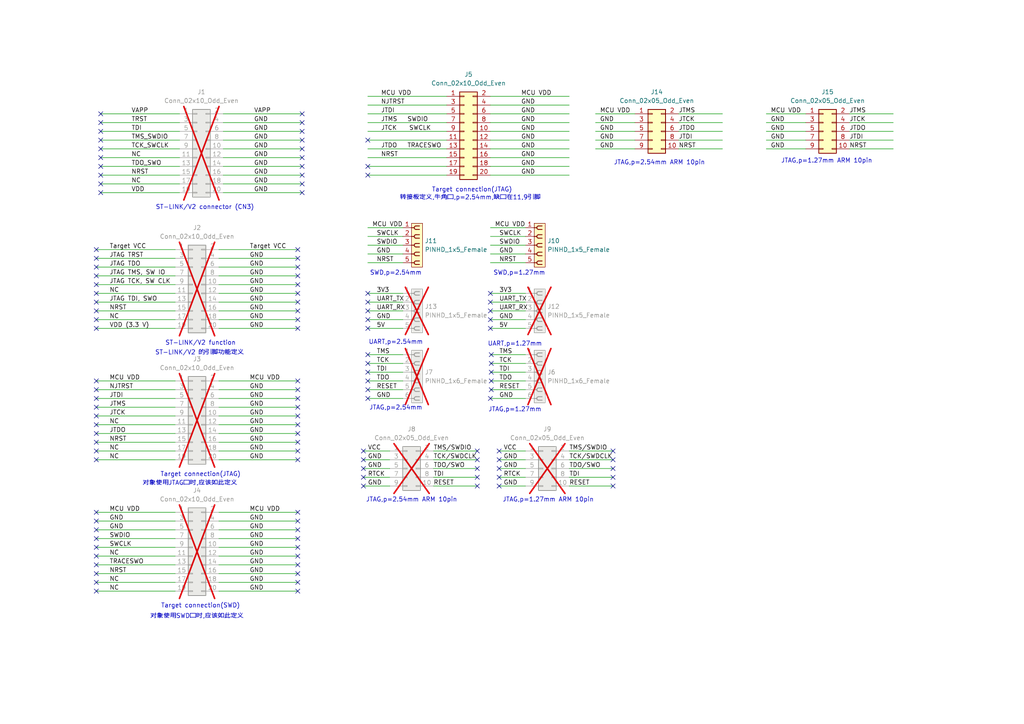
<source format=kicad_sch>
(kicad_sch
	(version 20250114)
	(generator "eeschema")
	(generator_version "9.0")
	(uuid "6568e1f8-e878-4487-a4c9-8d24f1132011")
	(paper "A4")
	(lib_symbols
		(symbol "Connector_Generic:Conn_02x05_Odd_Even"
			(pin_names
				(offset 1.016)
				(hide yes)
			)
			(exclude_from_sim no)
			(in_bom yes)
			(on_board yes)
			(property "Reference" "J"
				(at 1.27 7.62 0)
				(effects
					(font
						(size 1.27 1.27)
					)
				)
			)
			(property "Value" "Conn_02x05_Odd_Even"
				(at 1.27 -7.62 0)
				(effects
					(font
						(size 1.27 1.27)
					)
				)
			)
			(property "Footprint" ""
				(at 0 0 0)
				(effects
					(font
						(size 1.27 1.27)
					)
					(hide yes)
				)
			)
			(property "Datasheet" "~"
				(at 0 0 0)
				(effects
					(font
						(size 1.27 1.27)
					)
					(hide yes)
				)
			)
			(property "Description" "Generic connector, double row, 02x05, odd/even pin numbering scheme (row 1 odd numbers, row 2 even numbers), script generated (kicad-library-utils/schlib/autogen/connector/)"
				(at 0 0 0)
				(effects
					(font
						(size 1.27 1.27)
					)
					(hide yes)
				)
			)
			(property "ki_keywords" "connector"
				(at 0 0 0)
				(effects
					(font
						(size 1.27 1.27)
					)
					(hide yes)
				)
			)
			(property "ki_fp_filters" "Connector*:*_2x??_*"
				(at 0 0 0)
				(effects
					(font
						(size 1.27 1.27)
					)
					(hide yes)
				)
			)
			(symbol "Conn_02x05_Odd_Even_1_1"
				(rectangle
					(start -1.27 6.35)
					(end 3.81 -6.35)
					(stroke
						(width 0.254)
						(type default)
					)
					(fill
						(type background)
					)
				)
				(rectangle
					(start -1.27 5.207)
					(end 0 4.953)
					(stroke
						(width 0.1524)
						(type default)
					)
					(fill
						(type none)
					)
				)
				(rectangle
					(start -1.27 2.667)
					(end 0 2.413)
					(stroke
						(width 0.1524)
						(type default)
					)
					(fill
						(type none)
					)
				)
				(rectangle
					(start -1.27 0.127)
					(end 0 -0.127)
					(stroke
						(width 0.1524)
						(type default)
					)
					(fill
						(type none)
					)
				)
				(rectangle
					(start -1.27 -2.413)
					(end 0 -2.667)
					(stroke
						(width 0.1524)
						(type default)
					)
					(fill
						(type none)
					)
				)
				(rectangle
					(start -1.27 -4.953)
					(end 0 -5.207)
					(stroke
						(width 0.1524)
						(type default)
					)
					(fill
						(type none)
					)
				)
				(rectangle
					(start 3.81 5.207)
					(end 2.54 4.953)
					(stroke
						(width 0.1524)
						(type default)
					)
					(fill
						(type none)
					)
				)
				(rectangle
					(start 3.81 2.667)
					(end 2.54 2.413)
					(stroke
						(width 0.1524)
						(type default)
					)
					(fill
						(type none)
					)
				)
				(rectangle
					(start 3.81 0.127)
					(end 2.54 -0.127)
					(stroke
						(width 0.1524)
						(type default)
					)
					(fill
						(type none)
					)
				)
				(rectangle
					(start 3.81 -2.413)
					(end 2.54 -2.667)
					(stroke
						(width 0.1524)
						(type default)
					)
					(fill
						(type none)
					)
				)
				(rectangle
					(start 3.81 -4.953)
					(end 2.54 -5.207)
					(stroke
						(width 0.1524)
						(type default)
					)
					(fill
						(type none)
					)
				)
				(pin passive line
					(at -5.08 5.08 0)
					(length 3.81)
					(name "Pin_1"
						(effects
							(font
								(size 1.27 1.27)
							)
						)
					)
					(number "1"
						(effects
							(font
								(size 1.27 1.27)
							)
						)
					)
				)
				(pin passive line
					(at -5.08 2.54 0)
					(length 3.81)
					(name "Pin_3"
						(effects
							(font
								(size 1.27 1.27)
							)
						)
					)
					(number "3"
						(effects
							(font
								(size 1.27 1.27)
							)
						)
					)
				)
				(pin passive line
					(at -5.08 0 0)
					(length 3.81)
					(name "Pin_5"
						(effects
							(font
								(size 1.27 1.27)
							)
						)
					)
					(number "5"
						(effects
							(font
								(size 1.27 1.27)
							)
						)
					)
				)
				(pin passive line
					(at -5.08 -2.54 0)
					(length 3.81)
					(name "Pin_7"
						(effects
							(font
								(size 1.27 1.27)
							)
						)
					)
					(number "7"
						(effects
							(font
								(size 1.27 1.27)
							)
						)
					)
				)
				(pin passive line
					(at -5.08 -5.08 0)
					(length 3.81)
					(name "Pin_9"
						(effects
							(font
								(size 1.27 1.27)
							)
						)
					)
					(number "9"
						(effects
							(font
								(size 1.27 1.27)
							)
						)
					)
				)
				(pin passive line
					(at 7.62 5.08 180)
					(length 3.81)
					(name "Pin_2"
						(effects
							(font
								(size 1.27 1.27)
							)
						)
					)
					(number "2"
						(effects
							(font
								(size 1.27 1.27)
							)
						)
					)
				)
				(pin passive line
					(at 7.62 2.54 180)
					(length 3.81)
					(name "Pin_4"
						(effects
							(font
								(size 1.27 1.27)
							)
						)
					)
					(number "4"
						(effects
							(font
								(size 1.27 1.27)
							)
						)
					)
				)
				(pin passive line
					(at 7.62 0 180)
					(length 3.81)
					(name "Pin_6"
						(effects
							(font
								(size 1.27 1.27)
							)
						)
					)
					(number "6"
						(effects
							(font
								(size 1.27 1.27)
							)
						)
					)
				)
				(pin passive line
					(at 7.62 -2.54 180)
					(length 3.81)
					(name "Pin_8"
						(effects
							(font
								(size 1.27 1.27)
							)
						)
					)
					(number "8"
						(effects
							(font
								(size 1.27 1.27)
							)
						)
					)
				)
				(pin passive line
					(at 7.62 -5.08 180)
					(length 3.81)
					(name "Pin_10"
						(effects
							(font
								(size 1.27 1.27)
							)
						)
					)
					(number "10"
						(effects
							(font
								(size 1.27 1.27)
							)
						)
					)
				)
			)
			(embedded_fonts no)
		)
		(symbol "Connector_Generic:Conn_02x10_Odd_Even"
			(pin_names
				(offset 1.016)
				(hide yes)
			)
			(exclude_from_sim no)
			(in_bom yes)
			(on_board yes)
			(property "Reference" "J"
				(at 1.27 12.7 0)
				(effects
					(font
						(size 1.27 1.27)
					)
				)
			)
			(property "Value" "Conn_02x10_Odd_Even"
				(at 1.27 -15.24 0)
				(effects
					(font
						(size 1.27 1.27)
					)
				)
			)
			(property "Footprint" ""
				(at 0 0 0)
				(effects
					(font
						(size 1.27 1.27)
					)
					(hide yes)
				)
			)
			(property "Datasheet" "~"
				(at 0 0 0)
				(effects
					(font
						(size 1.27 1.27)
					)
					(hide yes)
				)
			)
			(property "Description" "Generic connector, double row, 02x10, odd/even pin numbering scheme (row 1 odd numbers, row 2 even numbers), script generated (kicad-library-utils/schlib/autogen/connector/)"
				(at 0 0 0)
				(effects
					(font
						(size 1.27 1.27)
					)
					(hide yes)
				)
			)
			(property "ki_keywords" "connector"
				(at 0 0 0)
				(effects
					(font
						(size 1.27 1.27)
					)
					(hide yes)
				)
			)
			(property "ki_fp_filters" "Connector*:*_2x??_*"
				(at 0 0 0)
				(effects
					(font
						(size 1.27 1.27)
					)
					(hide yes)
				)
			)
			(symbol "Conn_02x10_Odd_Even_1_1"
				(rectangle
					(start -1.27 11.43)
					(end 3.81 -13.97)
					(stroke
						(width 0.254)
						(type default)
					)
					(fill
						(type background)
					)
				)
				(rectangle
					(start -1.27 10.287)
					(end 0 10.033)
					(stroke
						(width 0.1524)
						(type default)
					)
					(fill
						(type none)
					)
				)
				(rectangle
					(start -1.27 7.747)
					(end 0 7.493)
					(stroke
						(width 0.1524)
						(type default)
					)
					(fill
						(type none)
					)
				)
				(rectangle
					(start -1.27 5.207)
					(end 0 4.953)
					(stroke
						(width 0.1524)
						(type default)
					)
					(fill
						(type none)
					)
				)
				(rectangle
					(start -1.27 2.667)
					(end 0 2.413)
					(stroke
						(width 0.1524)
						(type default)
					)
					(fill
						(type none)
					)
				)
				(rectangle
					(start -1.27 0.127)
					(end 0 -0.127)
					(stroke
						(width 0.1524)
						(type default)
					)
					(fill
						(type none)
					)
				)
				(rectangle
					(start -1.27 -2.413)
					(end 0 -2.667)
					(stroke
						(width 0.1524)
						(type default)
					)
					(fill
						(type none)
					)
				)
				(rectangle
					(start -1.27 -4.953)
					(end 0 -5.207)
					(stroke
						(width 0.1524)
						(type default)
					)
					(fill
						(type none)
					)
				)
				(rectangle
					(start -1.27 -7.493)
					(end 0 -7.747)
					(stroke
						(width 0.1524)
						(type default)
					)
					(fill
						(type none)
					)
				)
				(rectangle
					(start -1.27 -10.033)
					(end 0 -10.287)
					(stroke
						(width 0.1524)
						(type default)
					)
					(fill
						(type none)
					)
				)
				(rectangle
					(start -1.27 -12.573)
					(end 0 -12.827)
					(stroke
						(width 0.1524)
						(type default)
					)
					(fill
						(type none)
					)
				)
				(rectangle
					(start 3.81 10.287)
					(end 2.54 10.033)
					(stroke
						(width 0.1524)
						(type default)
					)
					(fill
						(type none)
					)
				)
				(rectangle
					(start 3.81 7.747)
					(end 2.54 7.493)
					(stroke
						(width 0.1524)
						(type default)
					)
					(fill
						(type none)
					)
				)
				(rectangle
					(start 3.81 5.207)
					(end 2.54 4.953)
					(stroke
						(width 0.1524)
						(type default)
					)
					(fill
						(type none)
					)
				)
				(rectangle
					(start 3.81 2.667)
					(end 2.54 2.413)
					(stroke
						(width 0.1524)
						(type default)
					)
					(fill
						(type none)
					)
				)
				(rectangle
					(start 3.81 0.127)
					(end 2.54 -0.127)
					(stroke
						(width 0.1524)
						(type default)
					)
					(fill
						(type none)
					)
				)
				(rectangle
					(start 3.81 -2.413)
					(end 2.54 -2.667)
					(stroke
						(width 0.1524)
						(type default)
					)
					(fill
						(type none)
					)
				)
				(rectangle
					(start 3.81 -4.953)
					(end 2.54 -5.207)
					(stroke
						(width 0.1524)
						(type default)
					)
					(fill
						(type none)
					)
				)
				(rectangle
					(start 3.81 -7.493)
					(end 2.54 -7.747)
					(stroke
						(width 0.1524)
						(type default)
					)
					(fill
						(type none)
					)
				)
				(rectangle
					(start 3.81 -10.033)
					(end 2.54 -10.287)
					(stroke
						(width 0.1524)
						(type default)
					)
					(fill
						(type none)
					)
				)
				(rectangle
					(start 3.81 -12.573)
					(end 2.54 -12.827)
					(stroke
						(width 0.1524)
						(type default)
					)
					(fill
						(type none)
					)
				)
				(pin passive line
					(at -5.08 10.16 0)
					(length 3.81)
					(name "Pin_1"
						(effects
							(font
								(size 1.27 1.27)
							)
						)
					)
					(number "1"
						(effects
							(font
								(size 1.27 1.27)
							)
						)
					)
				)
				(pin passive line
					(at -5.08 7.62 0)
					(length 3.81)
					(name "Pin_3"
						(effects
							(font
								(size 1.27 1.27)
							)
						)
					)
					(number "3"
						(effects
							(font
								(size 1.27 1.27)
							)
						)
					)
				)
				(pin passive line
					(at -5.08 5.08 0)
					(length 3.81)
					(name "Pin_5"
						(effects
							(font
								(size 1.27 1.27)
							)
						)
					)
					(number "5"
						(effects
							(font
								(size 1.27 1.27)
							)
						)
					)
				)
				(pin passive line
					(at -5.08 2.54 0)
					(length 3.81)
					(name "Pin_7"
						(effects
							(font
								(size 1.27 1.27)
							)
						)
					)
					(number "7"
						(effects
							(font
								(size 1.27 1.27)
							)
						)
					)
				)
				(pin passive line
					(at -5.08 0 0)
					(length 3.81)
					(name "Pin_9"
						(effects
							(font
								(size 1.27 1.27)
							)
						)
					)
					(number "9"
						(effects
							(font
								(size 1.27 1.27)
							)
						)
					)
				)
				(pin passive line
					(at -5.08 -2.54 0)
					(length 3.81)
					(name "Pin_11"
						(effects
							(font
								(size 1.27 1.27)
							)
						)
					)
					(number "11"
						(effects
							(font
								(size 1.27 1.27)
							)
						)
					)
				)
				(pin passive line
					(at -5.08 -5.08 0)
					(length 3.81)
					(name "Pin_13"
						(effects
							(font
								(size 1.27 1.27)
							)
						)
					)
					(number "13"
						(effects
							(font
								(size 1.27 1.27)
							)
						)
					)
				)
				(pin passive line
					(at -5.08 -7.62 0)
					(length 3.81)
					(name "Pin_15"
						(effects
							(font
								(size 1.27 1.27)
							)
						)
					)
					(number "15"
						(effects
							(font
								(size 1.27 1.27)
							)
						)
					)
				)
				(pin passive line
					(at -5.08 -10.16 0)
					(length 3.81)
					(name "Pin_17"
						(effects
							(font
								(size 1.27 1.27)
							)
						)
					)
					(number "17"
						(effects
							(font
								(size 1.27 1.27)
							)
						)
					)
				)
				(pin passive line
					(at -5.08 -12.7 0)
					(length 3.81)
					(name "Pin_19"
						(effects
							(font
								(size 1.27 1.27)
							)
						)
					)
					(number "19"
						(effects
							(font
								(size 1.27 1.27)
							)
						)
					)
				)
				(pin passive line
					(at 7.62 10.16 180)
					(length 3.81)
					(name "Pin_2"
						(effects
							(font
								(size 1.27 1.27)
							)
						)
					)
					(number "2"
						(effects
							(font
								(size 1.27 1.27)
							)
						)
					)
				)
				(pin passive line
					(at 7.62 7.62 180)
					(length 3.81)
					(name "Pin_4"
						(effects
							(font
								(size 1.27 1.27)
							)
						)
					)
					(number "4"
						(effects
							(font
								(size 1.27 1.27)
							)
						)
					)
				)
				(pin passive line
					(at 7.62 5.08 180)
					(length 3.81)
					(name "Pin_6"
						(effects
							(font
								(size 1.27 1.27)
							)
						)
					)
					(number "6"
						(effects
							(font
								(size 1.27 1.27)
							)
						)
					)
				)
				(pin passive line
					(at 7.62 2.54 180)
					(length 3.81)
					(name "Pin_8"
						(effects
							(font
								(size 1.27 1.27)
							)
						)
					)
					(number "8"
						(effects
							(font
								(size 1.27 1.27)
							)
						)
					)
				)
				(pin passive line
					(at 7.62 0 180)
					(length 3.81)
					(name "Pin_10"
						(effects
							(font
								(size 1.27 1.27)
							)
						)
					)
					(number "10"
						(effects
							(font
								(size 1.27 1.27)
							)
						)
					)
				)
				(pin passive line
					(at 7.62 -2.54 180)
					(length 3.81)
					(name "Pin_12"
						(effects
							(font
								(size 1.27 1.27)
							)
						)
					)
					(number "12"
						(effects
							(font
								(size 1.27 1.27)
							)
						)
					)
				)
				(pin passive line
					(at 7.62 -5.08 180)
					(length 3.81)
					(name "Pin_14"
						(effects
							(font
								(size 1.27 1.27)
							)
						)
					)
					(number "14"
						(effects
							(font
								(size 1.27 1.27)
							)
						)
					)
				)
				(pin passive line
					(at 7.62 -7.62 180)
					(length 3.81)
					(name "Pin_16"
						(effects
							(font
								(size 1.27 1.27)
							)
						)
					)
					(number "16"
						(effects
							(font
								(size 1.27 1.27)
							)
						)
					)
				)
				(pin passive line
					(at 7.62 -10.16 180)
					(length 3.81)
					(name "Pin_18"
						(effects
							(font
								(size 1.27 1.27)
							)
						)
					)
					(number "18"
						(effects
							(font
								(size 1.27 1.27)
							)
						)
					)
				)
				(pin passive line
					(at 7.62 -12.7 180)
					(length 3.81)
					(name "Pin_20"
						(effects
							(font
								(size 1.27 1.27)
							)
						)
					)
					(number "20"
						(effects
							(font
								(size 1.27 1.27)
							)
						)
					)
				)
			)
			(embedded_fonts no)
		)
		(symbol "PCM_SL_Pin_Headers:PINHD_1x5_Female"
			(exclude_from_sim no)
			(in_bom yes)
			(on_board yes)
			(property "Reference" "J"
				(at 0 11.43 0)
				(effects
					(font
						(size 1.27 1.27)
					)
				)
			)
			(property "Value" "PINHD_1x5_Female"
				(at 0 8.89 0)
				(effects
					(font
						(size 1.27 1.27)
					)
				)
			)
			(property "Footprint" "Connector_PinSocket_2.54mm:PinSocket_1x05_P2.54mm_Vertical"
				(at 2.54 13.97 0)
				(effects
					(font
						(size 1.27 1.27)
					)
					(hide yes)
				)
			)
			(property "Datasheet" ""
				(at 0 11.43 0)
				(effects
					(font
						(size 1.27 1.27)
					)
					(hide yes)
				)
			)
			(property "Description" "Pin Header female with pin space 2.54mm. Pin Count -5"
				(at 0 0 0)
				(effects
					(font
						(size 1.27 1.27)
					)
					(hide yes)
				)
			)
			(property "ki_keywords" "Pin Header"
				(at 0 0 0)
				(effects
					(font
						(size 1.27 1.27)
					)
					(hide yes)
				)
			)
			(property "ki_fp_filters" "PinSocket_1x05_P2.54mm*"
				(at 0 0 0)
				(effects
					(font
						(size 1.27 1.27)
					)
					(hide yes)
				)
			)
			(symbol "PINHD_1x5_Female_0_1"
				(rectangle
					(start -1.27 6.35)
					(end 1.905 -6.35)
					(stroke
						(width 0)
						(type default)
					)
					(fill
						(type background)
					)
				)
				(polyline
					(pts
						(xy -1.27 5.08) (xy -0.508 5.08)
					)
					(stroke
						(width 0.25)
						(type default)
					)
					(fill
						(type none)
					)
				)
				(polyline
					(pts
						(xy -1.27 2.54) (xy -0.508 2.54)
					)
					(stroke
						(width 0.25)
						(type default)
					)
					(fill
						(type none)
					)
				)
				(polyline
					(pts
						(xy -1.27 0) (xy -0.508 0)
					)
					(stroke
						(width 0.25)
						(type default)
					)
					(fill
						(type none)
					)
				)
				(polyline
					(pts
						(xy -1.27 -2.54) (xy -0.508 -2.54)
					)
					(stroke
						(width 0.25)
						(type default)
					)
					(fill
						(type none)
					)
				)
				(polyline
					(pts
						(xy -1.27 -5.08) (xy -0.508 -5.08)
					)
					(stroke
						(width 0.25)
						(type default)
					)
					(fill
						(type none)
					)
				)
				(polyline
					(pts
						(xy 0 5.588) (xy 1.016 5.588)
					)
					(stroke
						(width 0.25)
						(type default)
					)
					(fill
						(type none)
					)
				)
				(arc
					(start -0.508 5.08)
					(mid -0.3592 5.4392)
					(end 0 5.588)
					(stroke
						(width 0.25)
						(type default)
					)
					(fill
						(type none)
					)
				)
				(arc
					(start 0 4.572)
					(mid -0.3592 4.7208)
					(end -0.508 5.08)
					(stroke
						(width 0.25)
						(type default)
					)
					(fill
						(type none)
					)
				)
				(polyline
					(pts
						(xy 0 4.572) (xy 1.016 4.572)
					)
					(stroke
						(width 0.25)
						(type default)
					)
					(fill
						(type none)
					)
				)
				(polyline
					(pts
						(xy 0 3.048) (xy 1.016 3.048)
					)
					(stroke
						(width 0.25)
						(type default)
					)
					(fill
						(type none)
					)
				)
				(arc
					(start -0.508 2.54)
					(mid -0.3592 2.8992)
					(end 0 3.048)
					(stroke
						(width 0.25)
						(type default)
					)
					(fill
						(type none)
					)
				)
				(arc
					(start 0 2.032)
					(mid -0.3592 2.1808)
					(end -0.508 2.54)
					(stroke
						(width 0.25)
						(type default)
					)
					(fill
						(type none)
					)
				)
				(polyline
					(pts
						(xy 0 2.032) (xy 1.016 2.032)
					)
					(stroke
						(width 0.25)
						(type default)
					)
					(fill
						(type none)
					)
				)
				(polyline
					(pts
						(xy 0 0.508) (xy 1.016 0.508)
					)
					(stroke
						(width 0.25)
						(type default)
					)
					(fill
						(type none)
					)
				)
				(arc
					(start -0.508 0)
					(mid -0.3592 0.3592)
					(end 0 0.508)
					(stroke
						(width 0.25)
						(type default)
					)
					(fill
						(type none)
					)
				)
				(arc
					(start 0 -0.508)
					(mid -0.3592 -0.3592)
					(end -0.508 0)
					(stroke
						(width 0.25)
						(type default)
					)
					(fill
						(type none)
					)
				)
				(polyline
					(pts
						(xy 0 -0.508) (xy 1.016 -0.508)
					)
					(stroke
						(width 0.25)
						(type default)
					)
					(fill
						(type none)
					)
				)
				(polyline
					(pts
						(xy 0 -2.032) (xy 1.016 -2.032)
					)
					(stroke
						(width 0.25)
						(type default)
					)
					(fill
						(type none)
					)
				)
				(arc
					(start -0.508 -2.54)
					(mid -0.3592 -2.1808)
					(end 0 -2.032)
					(stroke
						(width 0.25)
						(type default)
					)
					(fill
						(type none)
					)
				)
				(arc
					(start 0 -3.048)
					(mid -0.3592 -2.8992)
					(end -0.508 -2.54)
					(stroke
						(width 0.25)
						(type default)
					)
					(fill
						(type none)
					)
				)
				(polyline
					(pts
						(xy 0 -3.048) (xy 1.016 -3.048)
					)
					(stroke
						(width 0.25)
						(type default)
					)
					(fill
						(type none)
					)
				)
				(polyline
					(pts
						(xy 0 -4.572) (xy 1.016 -4.572)
					)
					(stroke
						(width 0.25)
						(type default)
					)
					(fill
						(type none)
					)
				)
				(arc
					(start -0.508 -5.08)
					(mid -0.3592 -4.7208)
					(end 0 -4.572)
					(stroke
						(width 0.25)
						(type default)
					)
					(fill
						(type none)
					)
				)
				(arc
					(start 0 -5.588)
					(mid -0.3592 -5.4392)
					(end -0.508 -5.08)
					(stroke
						(width 0.25)
						(type default)
					)
					(fill
						(type none)
					)
				)
				(polyline
					(pts
						(xy 0 -5.588) (xy 1.016 -5.588)
					)
					(stroke
						(width 0.25)
						(type default)
					)
					(fill
						(type none)
					)
				)
			)
			(symbol "PINHD_1x5_Female_1_1"
				(pin passive line
					(at -3.81 5.08 0)
					(length 2.54)
					(name ""
						(effects
							(font
								(size 1.27 1.27)
							)
						)
					)
					(number "1"
						(effects
							(font
								(size 1.27 1.27)
							)
						)
					)
				)
				(pin passive line
					(at -3.81 2.54 0)
					(length 2.54)
					(name ""
						(effects
							(font
								(size 1.27 1.27)
							)
						)
					)
					(number "2"
						(effects
							(font
								(size 1.27 1.27)
							)
						)
					)
				)
				(pin passive line
					(at -3.81 0 0)
					(length 2.54)
					(name ""
						(effects
							(font
								(size 1.27 1.27)
							)
						)
					)
					(number "3"
						(effects
							(font
								(size 1.27 1.27)
							)
						)
					)
				)
				(pin passive line
					(at -3.81 -2.54 0)
					(length 2.54)
					(name ""
						(effects
							(font
								(size 1.27 1.27)
							)
						)
					)
					(number "4"
						(effects
							(font
								(size 1.27 1.27)
							)
						)
					)
				)
				(pin passive line
					(at -3.81 -5.08 0)
					(length 2.54)
					(name ""
						(effects
							(font
								(size 1.27 1.27)
							)
						)
					)
					(number "5"
						(effects
							(font
								(size 1.27 1.27)
							)
						)
					)
				)
			)
			(embedded_fonts no)
		)
		(symbol "PCM_SL_Pin_Headers:PINHD_1x6_Female"
			(exclude_from_sim no)
			(in_bom yes)
			(on_board yes)
			(property "Reference" "J"
				(at 0 12.7 0)
				(effects
					(font
						(size 1.27 1.27)
					)
				)
			)
			(property "Value" "PINHD_1x6_Female"
				(at 0 10.16 0)
				(effects
					(font
						(size 1.27 1.27)
					)
				)
			)
			(property "Footprint" "Connector_PinSocket_2.54mm:PinSocket_1x06_P2.54mm_Vertical"
				(at 2.54 15.24 0)
				(effects
					(font
						(size 1.27 1.27)
					)
					(hide yes)
				)
			)
			(property "Datasheet" ""
				(at 0 12.7 0)
				(effects
					(font
						(size 1.27 1.27)
					)
					(hide yes)
				)
			)
			(property "Description" "Pin Header female with pin space 2.54mm. Pin Count -6"
				(at 0 0 0)
				(effects
					(font
						(size 1.27 1.27)
					)
					(hide yes)
				)
			)
			(property "ki_keywords" "Pin Header"
				(at 0 0 0)
				(effects
					(font
						(size 1.27 1.27)
					)
					(hide yes)
				)
			)
			(property "ki_fp_filters" "PinSocket_1x06_P2.54mm*"
				(at 0 0 0)
				(effects
					(font
						(size 1.27 1.27)
					)
					(hide yes)
				)
			)
			(symbol "PINHD_1x6_Female_0_1"
				(rectangle
					(start -1.27 7.62)
					(end 1.905 -7.62)
					(stroke
						(width 0)
						(type default)
					)
					(fill
						(type background)
					)
				)
				(polyline
					(pts
						(xy -1.27 6.35) (xy -0.508 6.35)
					)
					(stroke
						(width 0.25)
						(type default)
					)
					(fill
						(type none)
					)
				)
				(polyline
					(pts
						(xy -1.27 3.81) (xy -0.508 3.81)
					)
					(stroke
						(width 0.25)
						(type default)
					)
					(fill
						(type none)
					)
				)
				(polyline
					(pts
						(xy -1.27 1.27) (xy -0.508 1.27)
					)
					(stroke
						(width 0.25)
						(type default)
					)
					(fill
						(type none)
					)
				)
				(polyline
					(pts
						(xy -1.27 -1.27) (xy -0.508 -1.27)
					)
					(stroke
						(width 0.25)
						(type default)
					)
					(fill
						(type none)
					)
				)
				(polyline
					(pts
						(xy -1.27 -3.81) (xy -0.508 -3.81)
					)
					(stroke
						(width 0.25)
						(type default)
					)
					(fill
						(type none)
					)
				)
				(polyline
					(pts
						(xy -1.27 -6.35) (xy -0.508 -6.35)
					)
					(stroke
						(width 0.25)
						(type default)
					)
					(fill
						(type none)
					)
				)
				(polyline
					(pts
						(xy 0 6.858) (xy 1.016 6.858)
					)
					(stroke
						(width 0.25)
						(type default)
					)
					(fill
						(type none)
					)
				)
				(arc
					(start -0.508 6.35)
					(mid -0.3592 6.7092)
					(end 0 6.858)
					(stroke
						(width 0.25)
						(type default)
					)
					(fill
						(type none)
					)
				)
				(arc
					(start 0 5.842)
					(mid -0.3592 5.9908)
					(end -0.508 6.35)
					(stroke
						(width 0.25)
						(type default)
					)
					(fill
						(type none)
					)
				)
				(polyline
					(pts
						(xy 0 5.842) (xy 1.016 5.842)
					)
					(stroke
						(width 0.25)
						(type default)
					)
					(fill
						(type none)
					)
				)
				(polyline
					(pts
						(xy 0 4.318) (xy 1.016 4.318)
					)
					(stroke
						(width 0.25)
						(type default)
					)
					(fill
						(type none)
					)
				)
				(arc
					(start -0.508 3.81)
					(mid -0.3592 4.1692)
					(end 0 4.318)
					(stroke
						(width 0.25)
						(type default)
					)
					(fill
						(type none)
					)
				)
				(arc
					(start 0 3.302)
					(mid -0.3592 3.4508)
					(end -0.508 3.81)
					(stroke
						(width 0.25)
						(type default)
					)
					(fill
						(type none)
					)
				)
				(polyline
					(pts
						(xy 0 3.302) (xy 1.016 3.302)
					)
					(stroke
						(width 0.25)
						(type default)
					)
					(fill
						(type none)
					)
				)
				(polyline
					(pts
						(xy 0 1.778) (xy 1.016 1.778)
					)
					(stroke
						(width 0.25)
						(type default)
					)
					(fill
						(type none)
					)
				)
				(arc
					(start -0.508 1.27)
					(mid -0.3592 1.6292)
					(end 0 1.778)
					(stroke
						(width 0.25)
						(type default)
					)
					(fill
						(type none)
					)
				)
				(arc
					(start 0 0.762)
					(mid -0.3592 0.9108)
					(end -0.508 1.27)
					(stroke
						(width 0.25)
						(type default)
					)
					(fill
						(type none)
					)
				)
				(polyline
					(pts
						(xy 0 0.762) (xy 1.016 0.762)
					)
					(stroke
						(width 0.25)
						(type default)
					)
					(fill
						(type none)
					)
				)
				(polyline
					(pts
						(xy 0 -0.762) (xy 1.016 -0.762)
					)
					(stroke
						(width 0.25)
						(type default)
					)
					(fill
						(type none)
					)
				)
				(arc
					(start -0.508 -1.27)
					(mid -0.3592 -0.9108)
					(end 0 -0.762)
					(stroke
						(width 0.25)
						(type default)
					)
					(fill
						(type none)
					)
				)
				(arc
					(start 0 -1.778)
					(mid -0.3592 -1.6292)
					(end -0.508 -1.27)
					(stroke
						(width 0.25)
						(type default)
					)
					(fill
						(type none)
					)
				)
				(polyline
					(pts
						(xy 0 -1.778) (xy 1.016 -1.778)
					)
					(stroke
						(width 0.25)
						(type default)
					)
					(fill
						(type none)
					)
				)
				(polyline
					(pts
						(xy 0 -3.302) (xy 1.016 -3.302)
					)
					(stroke
						(width 0.25)
						(type default)
					)
					(fill
						(type none)
					)
				)
				(arc
					(start -0.508 -3.81)
					(mid -0.3592 -3.4508)
					(end 0 -3.302)
					(stroke
						(width 0.25)
						(type default)
					)
					(fill
						(type none)
					)
				)
				(arc
					(start 0 -4.318)
					(mid -0.3592 -4.1692)
					(end -0.508 -3.81)
					(stroke
						(width 0.25)
						(type default)
					)
					(fill
						(type none)
					)
				)
				(polyline
					(pts
						(xy 0 -4.318) (xy 1.016 -4.318)
					)
					(stroke
						(width 0.25)
						(type default)
					)
					(fill
						(type none)
					)
				)
				(polyline
					(pts
						(xy 0 -5.842) (xy 1.016 -5.842)
					)
					(stroke
						(width 0.25)
						(type default)
					)
					(fill
						(type none)
					)
				)
				(arc
					(start -0.508 -6.35)
					(mid -0.3592 -5.9908)
					(end 0 -5.842)
					(stroke
						(width 0.25)
						(type default)
					)
					(fill
						(type none)
					)
				)
				(arc
					(start 0 -6.858)
					(mid -0.3592 -6.7092)
					(end -0.508 -6.35)
					(stroke
						(width 0.25)
						(type default)
					)
					(fill
						(type none)
					)
				)
				(polyline
					(pts
						(xy 0 -6.858) (xy 1.016 -6.858)
					)
					(stroke
						(width 0.25)
						(type default)
					)
					(fill
						(type none)
					)
				)
			)
			(symbol "PINHD_1x6_Female_1_1"
				(pin passive line
					(at -3.81 6.35 0)
					(length 2.54)
					(name ""
						(effects
							(font
								(size 1.27 1.27)
							)
						)
					)
					(number "1"
						(effects
							(font
								(size 1.27 1.27)
							)
						)
					)
				)
				(pin passive line
					(at -3.81 3.81 0)
					(length 2.54)
					(name ""
						(effects
							(font
								(size 1.27 1.27)
							)
						)
					)
					(number "2"
						(effects
							(font
								(size 1.27 1.27)
							)
						)
					)
				)
				(pin passive line
					(at -3.81 1.27 0)
					(length 2.54)
					(name ""
						(effects
							(font
								(size 1.27 1.27)
							)
						)
					)
					(number "3"
						(effects
							(font
								(size 1.27 1.27)
							)
						)
					)
				)
				(pin passive line
					(at -3.81 -1.27 0)
					(length 2.54)
					(name ""
						(effects
							(font
								(size 1.27 1.27)
							)
						)
					)
					(number "4"
						(effects
							(font
								(size 1.27 1.27)
							)
						)
					)
				)
				(pin passive line
					(at -3.81 -3.81 0)
					(length 2.54)
					(name ""
						(effects
							(font
								(size 1.27 1.27)
							)
						)
					)
					(number "5"
						(effects
							(font
								(size 1.27 1.27)
							)
						)
					)
				)
				(pin passive line
					(at -3.81 -6.35 0)
					(length 2.54)
					(name ""
						(effects
							(font
								(size 1.27 1.27)
							)
						)
					)
					(number "6"
						(effects
							(font
								(size 1.27 1.27)
							)
						)
					)
				)
			)
			(embedded_fonts no)
		)
	)
	(text "UART,p=2.54mm"
		(exclude_from_sim no)
		(at 114.808 99.314 0)
		(effects
			(font
				(size 1.27 1.27)
			)
		)
		(uuid "05027b74-80ba-40c7-ae84-3b2efedcdd99")
	)
	(text "Target connection(JTAG)"
		(exclude_from_sim no)
		(at 58.166 137.668 0)
		(effects
			(font
				(size 1.27 1.27)
			)
		)
		(uuid "1b714e3a-7ae2-4822-9ee8-b50ca16a791a")
	)
	(text "Target connection(JTAG)"
		(exclude_from_sim no)
		(at 136.906 55.118 0)
		(effects
			(font
				(size 1.27 1.27)
			)
		)
		(uuid "24ce0758-2ca5-411b-8da7-3c3fd8976fd4")
	)
	(text "JTAG,p=1.27mm ARM 10pin"
		(exclude_from_sim no)
		(at 159.004 145.034 0)
		(effects
			(font
				(size 1.27 1.27)
			)
		)
		(uuid "29ceb358-a9bb-404d-8013-33cd0d3e355d")
	)
	(text "ST-LINK/V2 function"
		(exclude_from_sim no)
		(at 58.166 99.568 0)
		(effects
			(font
				(size 1.27 1.27)
			)
		)
		(uuid "41f694a1-84b6-488a-a085-d3d0ffede7b1")
	)
	(text "转接板定义,牛角口,p=2.54mm,缺口在11,9引脚"
		(exclude_from_sim no)
		(at 136.398 57.404 0)
		(effects
			(font
				(size 1.27 1.27)
			)
		)
		(uuid "59c567b7-1086-4cc0-9a30-7a33305c3394")
	)
	(text "SWD,p=2.54mm"
		(exclude_from_sim no)
		(at 114.808 79.248 0)
		(effects
			(font
				(size 1.27 1.27)
			)
		)
		(uuid "6bbbca30-5729-4f07-982a-432489229962")
	)
	(text "JTAG,p=2.54mm ARM 10pin"
		(exclude_from_sim no)
		(at 119.38 145.034 0)
		(effects
			(font
				(size 1.27 1.27)
			)
		)
		(uuid "709a31e0-1132-488a-885d-d01172bba2cf")
	)
	(text "UART,p=1.27mm"
		(exclude_from_sim no)
		(at 149.352 99.822 0)
		(effects
			(font
				(size 1.27 1.27)
			)
		)
		(uuid "74573835-bf64-4d8b-a0c2-25fcd1143321")
	)
	(text "JTAG,p=2.54mm"
		(exclude_from_sim no)
		(at 114.808 118.364 0)
		(effects
			(font
				(size 1.27 1.27)
			)
		)
		(uuid "78b7179f-cc84-409e-ac31-b7e589a2f3b1")
	)
	(text "JTAG,p=1.27mm ARM 10pin"
		(exclude_from_sim no)
		(at 239.776 46.736 0)
		(effects
			(font
				(size 1.27 1.27)
			)
		)
		(uuid "7c04e5cc-1a49-4cd0-afa4-72a37da04107")
	)
	(text "JTAG,p=1.27mm"
		(exclude_from_sim no)
		(at 149.352 118.872 0)
		(effects
			(font
				(size 1.27 1.27)
			)
		)
		(uuid "7faa68d3-f735-420f-88c3-5ee471dbfc5c")
	)
	(text "Target connection(SWD)"
		(exclude_from_sim no)
		(at 58.166 175.768 0)
		(effects
			(font
				(size 1.27 1.27)
			)
		)
		(uuid "8315de25-ca34-4761-a459-a81d2d8487e0")
	)
	(text "对象使用JTAG口时,应该如此定义\n"
		(exclude_from_sim no)
		(at 55.118 140.208 0)
		(effects
			(font
				(size 1.27 1.27)
			)
		)
		(uuid "8ed6602a-2111-4ab5-9654-a3d44bb07d70")
	)
	(text "SWD,p=1.27mm"
		(exclude_from_sim no)
		(at 150.622 79.248 0)
		(effects
			(font
				(size 1.27 1.27)
			)
		)
		(uuid "9a143786-8b74-4040-887f-58c33898a3ab")
	)
	(text "ST-LINK/V2 的引脚功能定义\n"
		(exclude_from_sim no)
		(at 57.912 102.362 0)
		(effects
			(font
				(size 1.27 1.27)
			)
		)
		(uuid "a05da9d5-7f6c-48ce-b346-9f17b5f6fec8")
	)
	(text "JTAG,p=2.54mm ARM 10pin"
		(exclude_from_sim no)
		(at 191.262 47.244 0)
		(effects
			(font
				(size 1.27 1.27)
			)
		)
		(uuid "e0591b7a-36a3-4e3f-8d39-46186b2db478")
	)
	(text "ST-LINK/V2 connector (CN3)"
		(exclude_from_sim no)
		(at 59.436 60.198 0)
		(effects
			(font
				(size 1.27 1.27)
			)
		)
		(uuid "ebe03d83-452a-4e8b-b0c7-b66a6e7065e0")
	)
	(text "对象使用SWD口时,应该如此定义\n"
		(exclude_from_sim no)
		(at 57.15 178.816 0)
		(effects
			(font
				(size 1.27 1.27)
			)
		)
		(uuid "fde6b6b4-6571-46e2-adc5-d83f6ecf787d")
	)
	(no_connect
		(at 29.21 53.34)
		(uuid "001ae9df-830c-4e90-926b-43a55d7cdb0e")
	)
	(no_connect
		(at 27.94 115.57)
		(uuid "005ac06a-0645-476e-9fab-5a2085403db0")
	)
	(no_connect
		(at 27.94 130.81)
		(uuid "01bedf32-ea37-4f7e-8702-07d9d493684f")
	)
	(no_connect
		(at 87.63 48.26)
		(uuid "02267aad-7f8f-4ec9-8570-2f19847841bd")
	)
	(no_connect
		(at 29.21 43.18)
		(uuid "061037fa-3102-4006-ae9b-9985667b2beb")
	)
	(no_connect
		(at 86.36 113.03)
		(uuid "087f2f6e-9de4-4396-8198-86dfe5dbc492")
	)
	(no_connect
		(at 142.24 95.25)
		(uuid "0af8b18d-15a8-4266-99bb-bc650cbc8866")
	)
	(no_connect
		(at 86.36 82.55)
		(uuid "0b1acbc8-fc71-4aa5-bb86-36dd8b118739")
	)
	(no_connect
		(at 144.78 130.81)
		(uuid "0c51ee27-ff65-4b45-bd68-d2a5cb0d50fb")
	)
	(no_connect
		(at 106.68 105.41)
		(uuid "0f629713-457e-45d8-9517-1df86dde0651")
	)
	(no_connect
		(at 29.21 55.88)
		(uuid "0fc32a52-137b-4b76-a243-ffa4f5c1b7e1")
	)
	(no_connect
		(at 86.36 72.39)
		(uuid "10d244c5-153f-45bd-964c-ecdb6d84f696")
	)
	(no_connect
		(at 142.24 115.57)
		(uuid "10fb3fdf-f465-4ac1-99a6-e8bc351e1850")
	)
	(no_connect
		(at 27.94 163.83)
		(uuid "1155baae-de87-4588-b457-d38a1385189b")
	)
	(no_connect
		(at 86.36 118.11)
		(uuid "1217c742-35e5-4cb4-a392-5e8da1362c4e")
	)
	(no_connect
		(at 142.24 92.71)
		(uuid "12669bf6-62e7-4ba9-9e47-66222028b891")
	)
	(no_connect
		(at 29.21 48.26)
		(uuid "131940db-debf-46b4-b606-c02d6fb10320")
	)
	(no_connect
		(at 106.68 90.17)
		(uuid "13e4ebf5-2997-49f4-ab34-151f65912982")
	)
	(no_connect
		(at 86.36 161.29)
		(uuid "13f52b05-c1c2-4354-8ec4-d6c38883d429")
	)
	(no_connect
		(at 86.36 77.47)
		(uuid "151457fe-134b-4d24-9b26-157ba71ee4ce")
	)
	(no_connect
		(at 27.94 171.45)
		(uuid "1a0c19ef-51da-4aca-b65b-b7ddf89282a5")
	)
	(no_connect
		(at 27.94 118.11)
		(uuid "1aa03601-aed7-45e4-b9df-4397e4fca912")
	)
	(no_connect
		(at 87.63 50.8)
		(uuid "1adc97cf-716d-4200-9430-782b78fc4571")
	)
	(no_connect
		(at 138.43 138.43)
		(uuid "1b84e61e-5ec1-4cb0-a611-4a92ab6682c7")
	)
	(no_connect
		(at 86.36 74.93)
		(uuid "1be19e11-57db-43f7-b7d5-0b1774b9dd5e")
	)
	(no_connect
		(at 86.36 151.13)
		(uuid "1c22d115-2481-41b3-add3-898f6f0ef57e")
	)
	(no_connect
		(at 27.94 166.37)
		(uuid "1cb4c08f-a709-4ba2-9c69-3ace60d305c4")
	)
	(no_connect
		(at 105.41 140.97)
		(uuid "1d017d3a-4fc0-495d-a009-3c8fecc7240f")
	)
	(no_connect
		(at 144.78 133.35)
		(uuid "1ef5d145-8cd4-47fd-b17f-4c5b82681f96")
	)
	(no_connect
		(at 86.36 87.63)
		(uuid "27d152b1-f14e-4a41-a512-da045ed4be3c")
	)
	(no_connect
		(at 86.36 166.37)
		(uuid "2a273207-edb7-4493-8af0-8e1e53fa2b8e")
	)
	(no_connect
		(at 106.68 102.87)
		(uuid "2a799e5e-1592-48df-8f1a-1107179ee8ce")
	)
	(no_connect
		(at 29.21 35.56)
		(uuid "2d23b0ad-48bc-40a7-9496-fd91895de702")
	)
	(no_connect
		(at 86.36 130.81)
		(uuid "34a26a05-11f8-4cc9-a050-4380b41ef7bd")
	)
	(no_connect
		(at 87.63 53.34)
		(uuid "34e95b72-6628-42ec-99eb-bba471b6f7e4")
	)
	(no_connect
		(at 27.94 82.55)
		(uuid "357f731c-7ede-4a9b-b31e-c14a90e3a7af")
	)
	(no_connect
		(at 27.94 125.73)
		(uuid "3645eb7a-fd27-4e40-b2b6-b3db7c71f71a")
	)
	(no_connect
		(at 144.78 135.89)
		(uuid "3682dbd2-0020-4d9d-92b3-b0fb17d9bf38")
	)
	(no_connect
		(at 144.78 140.97)
		(uuid "3a4cdd78-eccf-4a38-af6c-67627d8cfeae")
	)
	(no_connect
		(at 86.36 92.71)
		(uuid "3a868438-6eab-4dbe-8295-6e1b468761a6")
	)
	(no_connect
		(at 105.41 130.81)
		(uuid "3ace4e74-00d1-4b38-ad97-03013d378c6f")
	)
	(no_connect
		(at 106.68 95.25)
		(uuid "3d133c0c-87e7-4a5b-9b91-86e3f653bc24")
	)
	(no_connect
		(at 142.24 90.17)
		(uuid "3f579c1c-fdf3-467e-b452-fd987a1efd99")
	)
	(no_connect
		(at 142.24 87.63)
		(uuid "4076681c-d6bc-4d8b-936a-f0902b5526c0")
	)
	(no_connect
		(at 87.63 38.1)
		(uuid "44427cdd-047b-486b-b330-6fc6011be2d5")
	)
	(no_connect
		(at 86.36 148.59)
		(uuid "4512ab81-b313-456d-8fef-2ed3c0e8340c")
	)
	(no_connect
		(at 105.41 135.89)
		(uuid "4654c038-4ba0-41d8-99cc-d9de60aeb110")
	)
	(no_connect
		(at 142.24 85.09)
		(uuid "48714322-66ce-4141-a4d0-2dc5e6daf137")
	)
	(no_connect
		(at 177.8 133.35)
		(uuid "49771084-dad7-4436-a5e1-b35d0773901a")
	)
	(no_connect
		(at 142.494 107.95)
		(uuid "4c9cca9d-88fb-4041-894f-b0f1774c6ef2")
	)
	(no_connect
		(at 106.68 92.71)
		(uuid "4ca37c84-bd07-4814-b2cf-22c7252783f7")
	)
	(no_connect
		(at 142.494 110.49)
		(uuid "4ff1ba2e-7983-4c1c-980a-17f810fde994")
	)
	(no_connect
		(at 106.68 110.49)
		(uuid "51e6f3a3-446b-4882-bdb4-76ab1b2a4274")
	)
	(no_connect
		(at 27.94 120.65)
		(uuid "51f11bd7-fedd-43e3-8067-238db5e2b2f6")
	)
	(no_connect
		(at 86.36 125.73)
		(uuid "5968225a-625e-4bd3-8a65-391a431795ed")
	)
	(no_connect
		(at 138.43 135.89)
		(uuid "59b61388-0870-46be-8edc-f737d1f07a4c")
	)
	(no_connect
		(at 29.21 45.72)
		(uuid "5a155a59-b85c-403c-b17f-9d40408d6eec")
	)
	(no_connect
		(at 105.41 138.43)
		(uuid "5c510232-04c6-4833-bef4-1dcd4d40089f")
	)
	(no_connect
		(at 142.494 113.03)
		(uuid "5cac2c02-65a3-4fb6-8928-d9667fbc97fa")
	)
	(no_connect
		(at 27.94 95.25)
		(uuid "5de418ba-cc30-415f-b4ad-fb44b4115ff6")
	)
	(no_connect
		(at 27.94 151.13)
		(uuid "5e1a775f-4e03-4795-950e-5387de6ea977")
	)
	(no_connect
		(at 86.36 110.49)
		(uuid "60a99c0b-1469-4068-b18f-390828d67d48")
	)
	(no_connect
		(at 86.36 123.19)
		(uuid "61f01a99-cbed-4239-bcf1-461a0b9c79a4")
	)
	(no_connect
		(at 86.36 156.21)
		(uuid "62a685d3-02aa-42ad-9ea7-a199a55c1a6e")
	)
	(no_connect
		(at 87.63 35.56)
		(uuid "64928d4c-b671-437c-8635-58764d464364")
	)
	(no_connect
		(at 86.36 85.09)
		(uuid "65fc15a0-89f4-4701-8ac8-32fe0d8df1bd")
	)
	(no_connect
		(at 27.94 133.35)
		(uuid "684656ba-b37d-4967-9354-bd624629333a")
	)
	(no_connect
		(at 27.94 77.47)
		(uuid "6860c4ab-9901-4e45-ad18-03f2e87d12b3")
	)
	(no_connect
		(at 177.8 130.81)
		(uuid "71d1eabb-94bd-424b-a783-fd5ca0f9fafa")
	)
	(no_connect
		(at 177.8 135.89)
		(uuid "79c1511e-711e-41f3-a073-ffe975174365")
	)
	(no_connect
		(at 106.68 113.03)
		(uuid "7c1d9988-2508-4c0d-b635-475bacb9e0fb")
	)
	(no_connect
		(at 106.68 107.95)
		(uuid "7c430767-4626-47e7-8c8d-4c5b9cd480b6")
	)
	(no_connect
		(at 138.43 133.35)
		(uuid "7caeea31-2a28-4b3f-97cd-1fe3909e7f42")
	)
	(no_connect
		(at 27.94 72.39)
		(uuid "7d505d39-15de-420e-b789-e958630f612d")
	)
	(no_connect
		(at 105.41 133.35)
		(uuid "82aef9d1-5ac4-4dca-8e6a-025873e15ffd")
	)
	(no_connect
		(at 29.21 33.02)
		(uuid "8334fb80-8711-4377-99f3-2f14a9aa3f4e")
	)
	(no_connect
		(at 27.94 148.59)
		(uuid "84c7fe00-5143-4c8f-973e-d81ec0bf46a1")
	)
	(no_connect
		(at 142.494 105.41)
		(uuid "86cb0680-3cce-42dc-bf8f-89a6cf0cb4e7")
	)
	(no_connect
		(at 86.36 120.65)
		(uuid "87e6b683-cf88-4189-9639-ce67b86d8d75")
	)
	(no_connect
		(at 27.94 74.93)
		(uuid "8a19bb7c-ac27-470a-a877-d765849b421f")
	)
	(no_connect
		(at 86.36 171.45)
		(uuid "90534528-c61e-44ec-b8a9-61f7d2960730")
	)
	(no_connect
		(at 106.68 50.8)
		(uuid "913c8d48-2a2b-49c3-a716-0ec1751619bc")
	)
	(no_connect
		(at 87.63 43.18)
		(uuid "92928d85-4551-4501-88a4-475469d80e23")
	)
	(no_connect
		(at 27.94 123.19)
		(uuid "9ad55962-95bf-4a93-9de1-1d9c3f03cb1c")
	)
	(no_connect
		(at 106.68 40.64)
		(uuid "9e0dbe91-d639-4efc-b7f7-d7ff5654b927")
	)
	(no_connect
		(at 86.36 168.91)
		(uuid "a09ca92e-6a64-424b-b916-00ceb07ec626")
	)
	(no_connect
		(at 86.36 163.83)
		(uuid "ad2dab96-b2d6-497d-b2c2-941e9c0d5745")
	)
	(no_connect
		(at 27.94 158.75)
		(uuid "b0c0d1a7-1933-4414-bff5-9cda2ae8e77d")
	)
	(no_connect
		(at 29.21 40.64)
		(uuid "b2ed0fb0-bb3c-433d-acff-ca832e6d8d12")
	)
	(no_connect
		(at 27.94 113.03)
		(uuid "b4a8c0e2-d914-4726-ae5c-b947207a8d65")
	)
	(no_connect
		(at 138.43 130.81)
		(uuid "ba0e722c-5636-4704-bb9c-87ff52a04131")
	)
	(no_connect
		(at 27.94 153.67)
		(uuid "baeac33d-50e3-460e-97e2-53d8e493fccd")
	)
	(no_connect
		(at 27.94 110.49)
		(uuid "baec364e-ca2f-468e-a7dd-2988242dd21c")
	)
	(no_connect
		(at 27.94 87.63)
		(uuid "bf8850fb-8646-4838-a794-d458bdd72216")
	)
	(no_connect
		(at 138.43 140.97)
		(uuid "c1dbd612-bc45-4fa2-80ba-f8c647639f20")
	)
	(no_connect
		(at 86.36 128.27)
		(uuid "c709b7aa-39d7-4d65-ae52-899020a93b61")
	)
	(no_connect
		(at 106.68 115.57)
		(uuid "c7252b22-c044-40be-8b56-1a81653ee6a2")
	)
	(no_connect
		(at 177.8 138.43)
		(uuid "c8267fe3-74aa-4335-b34b-95496a7216dc")
	)
	(no_connect
		(at 27.94 92.71)
		(uuid "cc182ec9-f503-4d8d-87ce-4f892d8c2a25")
	)
	(no_connect
		(at 87.63 45.72)
		(uuid "cda6b160-6df2-481c-93df-6282d6938649")
	)
	(no_connect
		(at 87.63 40.64)
		(uuid "ce3d4108-d57a-4572-8052-1adaa4d2f886")
	)
	(no_connect
		(at 87.63 55.88)
		(uuid "cfc6b5bb-b3f8-4b18-8aa3-51ad0f4408b9")
	)
	(no_connect
		(at 27.94 90.17)
		(uuid "d085490a-f9f7-4113-9abe-7228823be734")
	)
	(no_connect
		(at 177.8 140.97)
		(uuid "d33b7d7c-d956-45f2-9e27-f561dc11d3f7")
	)
	(no_connect
		(at 106.68 87.63)
		(uuid "d97d0975-5dca-498a-aa8b-c1c744f7d3cb")
	)
	(no_connect
		(at 27.94 80.01)
		(uuid "d99eb725-7551-4aa2-87e0-74d6a3872e76")
	)
	(no_connect
		(at 86.36 115.57)
		(uuid "db451716-29a9-4faf-949e-c1aef76f78ea")
	)
	(no_connect
		(at 86.36 158.75)
		(uuid "de1f5932-ccc2-47cf-b3b8-272088a6261c")
	)
	(no_connect
		(at 27.94 168.91)
		(uuid "de4714c1-2306-4c99-b966-1c90a727f503")
	)
	(no_connect
		(at 86.36 80.01)
		(uuid "e94dc798-0888-4b56-b112-acbb8da3df5e")
	)
	(no_connect
		(at 87.63 33.02)
		(uuid "ea8b4f25-018a-4970-bd75-2caabe717362")
	)
	(no_connect
		(at 27.94 85.09)
		(uuid "ece21020-5d63-422e-ae68-692d63c8b3fd")
	)
	(no_connect
		(at 86.36 95.25)
		(uuid "ed23ffc2-3ba3-4b35-b82b-4a4d8cec4421")
	)
	(no_connect
		(at 142.494 102.87)
		(uuid "ee754109-6523-43fb-a8c3-2e190a31c4ad")
	)
	(no_connect
		(at 86.36 90.17)
		(uuid "eff83897-0f95-4ca4-b065-e76dd690c914")
	)
	(no_connect
		(at 27.94 156.21)
		(uuid "f127de84-c262-47aa-be47-1cea860201cc")
	)
	(no_connect
		(at 29.21 50.8)
		(uuid "f1dd8279-d659-4ae0-8d6d-fbdeb47d24e5")
	)
	(no_connect
		(at 144.78 138.43)
		(uuid "f8c39728-a0c4-4f04-ad0a-cd740aee560a")
	)
	(no_connect
		(at 27.94 128.27)
		(uuid "f8ff6984-d7ef-479b-88fc-7d8d110caa4e")
	)
	(no_connect
		(at 86.36 133.35)
		(uuid "fa1efc36-5237-4a0c-8b6c-ed040ede9612")
	)
	(no_connect
		(at 86.36 153.67)
		(uuid "fa448843-c27d-44eb-a05b-71462c6f7eda")
	)
	(no_connect
		(at 106.68 48.26)
		(uuid "fbad0c0d-72a1-4784-9462-02d03072a976")
	)
	(no_connect
		(at 29.21 38.1)
		(uuid "fd705503-a486-49c6-8c80-16bfc513a690")
	)
	(no_connect
		(at 27.94 161.29)
		(uuid "fef2f6db-d817-4de4-9d7b-34e245600c84")
	)
	(no_connect
		(at 106.68 85.09)
		(uuid "ff1b2d5d-36c0-4389-887c-d13509342261")
	)
	(wire
		(pts
			(xy 106.68 107.95) (xy 116.84 107.95)
		)
		(stroke
			(width 0)
			(type default)
		)
		(uuid "032d9484-1bbd-436c-8c09-6a8415cb203f")
	)
	(wire
		(pts
			(xy 246.38 43.18) (xy 259.08 43.18)
		)
		(stroke
			(width 0)
			(type default)
		)
		(uuid "04a933fe-9b08-4974-8956-dc3a3ff3580e")
	)
	(wire
		(pts
			(xy 144.78 138.43) (xy 152.4 138.43)
		)
		(stroke
			(width 0)
			(type default)
		)
		(uuid "04fbf927-df75-41a0-be91-cffe4602b5fb")
	)
	(wire
		(pts
			(xy 246.38 33.02) (xy 259.08 33.02)
		)
		(stroke
			(width 0)
			(type default)
		)
		(uuid "057b1cb2-288a-41e5-b709-b6d00dad380b")
	)
	(wire
		(pts
			(xy 142.24 95.25) (xy 152.4 95.25)
		)
		(stroke
			(width 0)
			(type default)
		)
		(uuid "0611b2bd-8338-4cb0-a95b-a94eebd5ba56")
	)
	(wire
		(pts
			(xy 105.41 130.81) (xy 113.03 130.81)
		)
		(stroke
			(width 0)
			(type default)
		)
		(uuid "067e8725-a1e2-4bc6-a222-d46daea156a5")
	)
	(wire
		(pts
			(xy 142.24 66.04) (xy 152.4 66.04)
		)
		(stroke
			(width 0)
			(type default)
		)
		(uuid "0821d4d5-54c5-4fa4-9e33-eb2232c2abf5")
	)
	(wire
		(pts
			(xy 64.77 35.56) (xy 87.63 35.56)
		)
		(stroke
			(width 0)
			(type default)
		)
		(uuid "094b1c95-5497-4099-8840-94fa4e352820")
	)
	(wire
		(pts
			(xy 105.41 140.97) (xy 113.03 140.97)
		)
		(stroke
			(width 0)
			(type default)
		)
		(uuid "0c402ce6-bbf2-4f01-b995-03ee7f6e6943")
	)
	(wire
		(pts
			(xy 196.85 40.64) (xy 209.55 40.64)
		)
		(stroke
			(width 0)
			(type default)
		)
		(uuid "0c821005-1570-41be-b237-bbbe1d01e4e7")
	)
	(wire
		(pts
			(xy 106.68 40.64) (xy 129.54 40.64)
		)
		(stroke
			(width 0)
			(type default)
		)
		(uuid "0ca3f365-c40e-4070-a1a4-29c63d5a44ad")
	)
	(wire
		(pts
			(xy 106.68 87.63) (xy 116.84 87.63)
		)
		(stroke
			(width 0)
			(type default)
		)
		(uuid "0cee22a9-78d7-46c6-a5f0-55709f5b0a81")
	)
	(wire
		(pts
			(xy 63.5 161.29) (xy 86.36 161.29)
		)
		(stroke
			(width 0)
			(type default)
		)
		(uuid "0e84d5c8-33ae-4c33-9224-b7b086c9198a")
	)
	(wire
		(pts
			(xy 165.1 130.81) (xy 177.8 130.81)
		)
		(stroke
			(width 0)
			(type default)
		)
		(uuid "11852f57-2686-4d65-a786-06c9f2c05fed")
	)
	(wire
		(pts
			(xy 27.94 77.47) (xy 50.8 77.47)
		)
		(stroke
			(width 0)
			(type default)
		)
		(uuid "12f06534-1725-4981-87a0-1203dd15ab30")
	)
	(wire
		(pts
			(xy 63.5 77.47) (xy 86.36 77.47)
		)
		(stroke
			(width 0)
			(type default)
		)
		(uuid "13c1fa39-91c3-478d-b4f3-6abb1fb684c4")
	)
	(wire
		(pts
			(xy 196.85 35.56) (xy 209.55 35.56)
		)
		(stroke
			(width 0)
			(type default)
		)
		(uuid "13dbcab2-7b06-40c5-b7c3-219b32869ea1")
	)
	(wire
		(pts
			(xy 27.94 72.39) (xy 50.8 72.39)
		)
		(stroke
			(width 0)
			(type default)
		)
		(uuid "1470666d-8a93-4c86-b630-fa86dfdba536")
	)
	(wire
		(pts
			(xy 142.24 76.2) (xy 152.4 76.2)
		)
		(stroke
			(width 0)
			(type default)
		)
		(uuid "149c421d-6cd3-4e0d-9087-e53d4e68c23f")
	)
	(wire
		(pts
			(xy 63.5 120.65) (xy 86.36 120.65)
		)
		(stroke
			(width 0)
			(type default)
		)
		(uuid "19d2aa53-e7db-4cac-804c-f895ea632338")
	)
	(wire
		(pts
			(xy 142.24 115.57) (xy 152.4 115.57)
		)
		(stroke
			(width 0)
			(type default)
		)
		(uuid "1c63bb7b-6859-4294-b036-0696f976aa0d")
	)
	(wire
		(pts
			(xy 172.72 40.64) (xy 184.15 40.64)
		)
		(stroke
			(width 0)
			(type default)
		)
		(uuid "1e324039-f96c-4298-a175-e840f807249c")
	)
	(wire
		(pts
			(xy 144.78 135.89) (xy 152.4 135.89)
		)
		(stroke
			(width 0)
			(type default)
		)
		(uuid "1e55f182-d09f-47e9-9973-e7419e9e94d9")
	)
	(wire
		(pts
			(xy 27.94 82.55) (xy 50.8 82.55)
		)
		(stroke
			(width 0)
			(type default)
		)
		(uuid "1edfcb25-252c-4190-a701-42cbb213ea55")
	)
	(wire
		(pts
			(xy 196.85 43.18) (xy 209.55 43.18)
		)
		(stroke
			(width 0)
			(type default)
		)
		(uuid "1ee27e15-67ae-43f0-a5f2-26a86ae542a8")
	)
	(wire
		(pts
			(xy 106.68 68.58) (xy 116.84 68.58)
		)
		(stroke
			(width 0)
			(type default)
		)
		(uuid "201a6b6b-71ac-4fcf-9b7d-df0d8c90f810")
	)
	(wire
		(pts
			(xy 64.77 50.8) (xy 87.63 50.8)
		)
		(stroke
			(width 0)
			(type default)
		)
		(uuid "20ab1be0-59a5-4a7d-baa2-34cd832a62b9")
	)
	(wire
		(pts
			(xy 142.24 38.1) (xy 165.1 38.1)
		)
		(stroke
			(width 0)
			(type default)
		)
		(uuid "2269d7df-6693-43c0-993f-05852f69fd61")
	)
	(wire
		(pts
			(xy 105.41 135.89) (xy 113.03 135.89)
		)
		(stroke
			(width 0)
			(type default)
		)
		(uuid "267cc507-200f-40a0-8557-1d5e8a0b82ea")
	)
	(wire
		(pts
			(xy 63.5 80.01) (xy 86.36 80.01)
		)
		(stroke
			(width 0)
			(type default)
		)
		(uuid "2763b837-6f1e-4b2f-b76c-a185493d9172")
	)
	(wire
		(pts
			(xy 63.5 151.13) (xy 86.36 151.13)
		)
		(stroke
			(width 0)
			(type default)
		)
		(uuid "27c4514a-80f3-43d3-8a10-cae0eca7205a")
	)
	(wire
		(pts
			(xy 63.5 156.21) (xy 86.36 156.21)
		)
		(stroke
			(width 0)
			(type default)
		)
		(uuid "2a8e073d-37b0-470e-a43a-76cbfb220d93")
	)
	(wire
		(pts
			(xy 222.25 35.56) (xy 233.68 35.56)
		)
		(stroke
			(width 0)
			(type default)
		)
		(uuid "2b82573b-ac2c-46f7-85c9-bcba7d7fa988")
	)
	(wire
		(pts
			(xy 27.94 158.75) (xy 50.8 158.75)
		)
		(stroke
			(width 0)
			(type default)
		)
		(uuid "2bb2f59d-a591-4c49-ab75-2611cc78e18d")
	)
	(wire
		(pts
			(xy 142.24 113.03) (xy 152.4 113.03)
		)
		(stroke
			(width 0)
			(type default)
		)
		(uuid "2c8ca30f-13e5-4727-9334-e580cea1114c")
	)
	(wire
		(pts
			(xy 27.94 113.03) (xy 50.8 113.03)
		)
		(stroke
			(width 0)
			(type default)
		)
		(uuid "2ee69f32-a865-4568-a576-b1a65c0274e6")
	)
	(wire
		(pts
			(xy 142.24 27.94) (xy 165.1 27.94)
		)
		(stroke
			(width 0)
			(type default)
		)
		(uuid "2f62cf90-4cbf-43d7-a546-dd224f60b6b2")
	)
	(wire
		(pts
			(xy 142.24 43.18) (xy 165.1 43.18)
		)
		(stroke
			(width 0)
			(type default)
		)
		(uuid "30c7d6f2-9aeb-4fb7-b998-498c12e9616b")
	)
	(wire
		(pts
			(xy 106.68 95.25) (xy 116.84 95.25)
		)
		(stroke
			(width 0)
			(type default)
		)
		(uuid "30f44268-55e7-4522-8777-a8583b39075f")
	)
	(wire
		(pts
			(xy 144.78 140.97) (xy 152.4 140.97)
		)
		(stroke
			(width 0)
			(type default)
		)
		(uuid "325282c2-9d1c-44cd-bd1d-cb32077f78f7")
	)
	(wire
		(pts
			(xy 64.77 40.64) (xy 87.63 40.64)
		)
		(stroke
			(width 0)
			(type default)
		)
		(uuid "32eac5f6-6714-46ee-81a5-162b196b3685")
	)
	(wire
		(pts
			(xy 142.24 45.72) (xy 165.1 45.72)
		)
		(stroke
			(width 0)
			(type default)
		)
		(uuid "3668b471-92fb-41f2-9da4-55fac987464d")
	)
	(wire
		(pts
			(xy 63.5 82.55) (xy 86.36 82.55)
		)
		(stroke
			(width 0)
			(type default)
		)
		(uuid "38e48cb0-be80-441c-b6f8-6aaec9f7447e")
	)
	(wire
		(pts
			(xy 27.94 163.83) (xy 50.8 163.83)
		)
		(stroke
			(width 0)
			(type default)
		)
		(uuid "3ce3febb-ed6e-46ca-b76b-1caa1be5c44d")
	)
	(wire
		(pts
			(xy 64.77 43.18) (xy 87.63 43.18)
		)
		(stroke
			(width 0)
			(type default)
		)
		(uuid "3d9dba17-4000-41fa-ab11-80efd3b6a7ed")
	)
	(wire
		(pts
			(xy 125.73 133.35) (xy 138.43 133.35)
		)
		(stroke
			(width 0)
			(type default)
		)
		(uuid "3e63e4ce-dfac-4458-837a-ed3d5b2a6ac3")
	)
	(wire
		(pts
			(xy 63.5 113.03) (xy 86.36 113.03)
		)
		(stroke
			(width 0)
			(type default)
		)
		(uuid "41e9df5e-c2f6-4a2c-b365-ce584ac5f9c8")
	)
	(wire
		(pts
			(xy 165.1 138.43) (xy 177.8 138.43)
		)
		(stroke
			(width 0)
			(type default)
		)
		(uuid "4352337e-9a35-4272-9b8a-1fcb8a7886e6")
	)
	(wire
		(pts
			(xy 64.77 53.34) (xy 87.63 53.34)
		)
		(stroke
			(width 0)
			(type default)
		)
		(uuid "4370f1f4-d236-40eb-bcb4-9c3109fe43be")
	)
	(wire
		(pts
			(xy 29.21 55.88) (xy 52.07 55.88)
		)
		(stroke
			(width 0)
			(type default)
		)
		(uuid "46e77241-053d-4147-be4f-b2aa342a4965")
	)
	(wire
		(pts
			(xy 106.68 33.02) (xy 129.54 33.02)
		)
		(stroke
			(width 0)
			(type default)
		)
		(uuid "4ba77038-fa66-4bff-a05a-079716938b57")
	)
	(wire
		(pts
			(xy 63.5 133.35) (xy 86.36 133.35)
		)
		(stroke
			(width 0)
			(type default)
		)
		(uuid "4eee7721-ee27-40e5-aabb-571f4edbdeca")
	)
	(wire
		(pts
			(xy 105.41 133.35) (xy 113.03 133.35)
		)
		(stroke
			(width 0)
			(type default)
		)
		(uuid "4fa896ca-17d6-42df-95d4-888c1b754642")
	)
	(wire
		(pts
			(xy 172.72 33.02) (xy 184.15 33.02)
		)
		(stroke
			(width 0)
			(type default)
		)
		(uuid "4fb0eae4-d1d6-4b8a-a290-30d88fce01d8")
	)
	(wire
		(pts
			(xy 106.68 92.71) (xy 116.84 92.71)
		)
		(stroke
			(width 0)
			(type default)
		)
		(uuid "523dca41-7d6e-473f-b336-dfd830c096af")
	)
	(wire
		(pts
			(xy 142.24 73.66) (xy 152.4 73.66)
		)
		(stroke
			(width 0)
			(type default)
		)
		(uuid "526fcf54-3049-4833-92a7-839639c17e13")
	)
	(wire
		(pts
			(xy 222.25 43.18) (xy 233.68 43.18)
		)
		(stroke
			(width 0)
			(type default)
		)
		(uuid "5614e02d-45af-4324-a07d-604e6c9fe9fb")
	)
	(wire
		(pts
			(xy 63.5 118.11) (xy 86.36 118.11)
		)
		(stroke
			(width 0)
			(type default)
		)
		(uuid "58ce5a64-acbf-44d6-ac7d-45d98c5051bd")
	)
	(wire
		(pts
			(xy 142.24 110.49) (xy 152.4 110.49)
		)
		(stroke
			(width 0)
			(type default)
		)
		(uuid "58dcb9f1-c6ee-4913-a8b1-88bf0e50945b")
	)
	(wire
		(pts
			(xy 106.68 113.03) (xy 116.84 113.03)
		)
		(stroke
			(width 0)
			(type default)
		)
		(uuid "59d905e0-4edb-44bb-98bc-24d45937d26c")
	)
	(wire
		(pts
			(xy 172.72 38.1) (xy 184.15 38.1)
		)
		(stroke
			(width 0)
			(type default)
		)
		(uuid "59ec3705-b1ef-4ac7-9db7-d944e985a701")
	)
	(wire
		(pts
			(xy 165.1 140.97) (xy 177.8 140.97)
		)
		(stroke
			(width 0)
			(type default)
		)
		(uuid "5e2aae18-226f-4e74-9344-45a37e732b16")
	)
	(wire
		(pts
			(xy 27.94 110.49) (xy 50.8 110.49)
		)
		(stroke
			(width 0)
			(type default)
		)
		(uuid "5f386818-a3c7-4e69-89a3-29b8ee29981c")
	)
	(wire
		(pts
			(xy 125.73 140.97) (xy 138.43 140.97)
		)
		(stroke
			(width 0)
			(type default)
		)
		(uuid "6384a8b6-9864-4a5e-a91f-1be97f8394d6")
	)
	(wire
		(pts
			(xy 29.21 50.8) (xy 52.07 50.8)
		)
		(stroke
			(width 0)
			(type default)
		)
		(uuid "645012f1-6754-4ac8-b75d-63659dcdec9f")
	)
	(wire
		(pts
			(xy 144.78 130.81) (xy 152.4 130.81)
		)
		(stroke
			(width 0)
			(type default)
		)
		(uuid "6757f476-7299-4102-92e7-54491932326f")
	)
	(wire
		(pts
			(xy 142.24 48.26) (xy 165.1 48.26)
		)
		(stroke
			(width 0)
			(type default)
		)
		(uuid "682902fc-61f7-4abb-9087-69972ccfe266")
	)
	(wire
		(pts
			(xy 64.77 38.1) (xy 87.63 38.1)
		)
		(stroke
			(width 0)
			(type default)
		)
		(uuid "69b08778-9e4e-4262-ab17-0032a7ef99b0")
	)
	(wire
		(pts
			(xy 125.73 138.43) (xy 138.43 138.43)
		)
		(stroke
			(width 0)
			(type default)
		)
		(uuid "6af0900a-9d85-4422-9af8-189dd77f23c7")
	)
	(wire
		(pts
			(xy 106.68 27.94) (xy 129.54 27.94)
		)
		(stroke
			(width 0)
			(type default)
		)
		(uuid "6d02d4ec-0bd0-4597-8064-2d5aaded0d6c")
	)
	(wire
		(pts
			(xy 106.68 48.26) (xy 129.54 48.26)
		)
		(stroke
			(width 0)
			(type default)
		)
		(uuid "6e2f2c12-cf4a-4d6d-b974-553123de31c4")
	)
	(wire
		(pts
			(xy 63.5 168.91) (xy 86.36 168.91)
		)
		(stroke
			(width 0)
			(type default)
		)
		(uuid "70ed7dbf-d87b-4232-81c7-7a90fdff6991")
	)
	(wire
		(pts
			(xy 63.5 128.27) (xy 86.36 128.27)
		)
		(stroke
			(width 0)
			(type default)
		)
		(uuid "71eb40d0-36e1-4d8d-a200-b14a7fb9b5de")
	)
	(wire
		(pts
			(xy 106.68 45.72) (xy 129.54 45.72)
		)
		(stroke
			(width 0)
			(type default)
		)
		(uuid "745f48a2-41eb-455f-b4fe-bfe0d0966f5d")
	)
	(wire
		(pts
			(xy 27.94 87.63) (xy 50.8 87.63)
		)
		(stroke
			(width 0)
			(type default)
		)
		(uuid "760ce525-4221-416a-b661-76a1a80a310d")
	)
	(wire
		(pts
			(xy 106.68 43.18) (xy 129.54 43.18)
		)
		(stroke
			(width 0)
			(type default)
		)
		(uuid "765a9df0-1b42-4074-9d62-804d797b3788")
	)
	(wire
		(pts
			(xy 106.68 73.66) (xy 116.84 73.66)
		)
		(stroke
			(width 0)
			(type default)
		)
		(uuid "76772c35-b2ca-4198-8389-deec8f308d6e")
	)
	(wire
		(pts
			(xy 125.73 135.89) (xy 138.43 135.89)
		)
		(stroke
			(width 0)
			(type default)
		)
		(uuid "77c3f081-1d9c-448d-acac-44fadd5b117c")
	)
	(wire
		(pts
			(xy 27.94 90.17) (xy 50.8 90.17)
		)
		(stroke
			(width 0)
			(type default)
		)
		(uuid "7994d3f3-5805-4fd7-9833-440c547d0ad3")
	)
	(wire
		(pts
			(xy 246.38 40.64) (xy 259.08 40.64)
		)
		(stroke
			(width 0)
			(type default)
		)
		(uuid "7a835fe6-bdee-4de4-9efb-b694dc28d999")
	)
	(wire
		(pts
			(xy 27.94 92.71) (xy 50.8 92.71)
		)
		(stroke
			(width 0)
			(type default)
		)
		(uuid "7b99731a-f06d-4f18-b47b-abbfc20ee0be")
	)
	(wire
		(pts
			(xy 246.38 38.1) (xy 259.08 38.1)
		)
		(stroke
			(width 0)
			(type default)
		)
		(uuid "7c551156-4bf8-4cd4-94c6-c4271f8d8a1c")
	)
	(wire
		(pts
			(xy 125.73 130.81) (xy 138.43 130.81)
		)
		(stroke
			(width 0)
			(type default)
		)
		(uuid "7f23ef17-f638-4eb6-85dd-6db6d2789ce5")
	)
	(wire
		(pts
			(xy 222.25 33.02) (xy 233.68 33.02)
		)
		(stroke
			(width 0)
			(type default)
		)
		(uuid "7ff062e5-15e0-4b49-aa19-a27a029469fd")
	)
	(wire
		(pts
			(xy 27.94 153.67) (xy 50.8 153.67)
		)
		(stroke
			(width 0)
			(type default)
		)
		(uuid "818491ac-aff2-4a6f-8415-9042c638d2f0")
	)
	(wire
		(pts
			(xy 106.68 115.57) (xy 116.84 115.57)
		)
		(stroke
			(width 0)
			(type default)
		)
		(uuid "81a1a899-624e-472f-b5c1-093d3fd242c5")
	)
	(wire
		(pts
			(xy 29.21 40.64) (xy 52.07 40.64)
		)
		(stroke
			(width 0)
			(type default)
		)
		(uuid "852a6f14-26c4-446d-a8e4-187e439c4343")
	)
	(wire
		(pts
			(xy 63.5 171.45) (xy 86.36 171.45)
		)
		(stroke
			(width 0)
			(type default)
		)
		(uuid "85af443e-abf7-4002-a1eb-12fa4bfc0845")
	)
	(wire
		(pts
			(xy 27.94 151.13) (xy 50.8 151.13)
		)
		(stroke
			(width 0)
			(type default)
		)
		(uuid "85cab27b-fa59-49c8-9390-ada3bf719dd5")
	)
	(wire
		(pts
			(xy 63.5 90.17) (xy 86.36 90.17)
		)
		(stroke
			(width 0)
			(type default)
		)
		(uuid "86bde228-ada1-4da4-a004-0955b7035fe6")
	)
	(wire
		(pts
			(xy 63.5 74.93) (xy 86.36 74.93)
		)
		(stroke
			(width 0)
			(type default)
		)
		(uuid "87894192-e08d-4261-a4cf-c4317ccced6c")
	)
	(wire
		(pts
			(xy 29.21 48.26) (xy 52.07 48.26)
		)
		(stroke
			(width 0)
			(type default)
		)
		(uuid "88dd4e14-93f3-4480-8eb7-5a60a3c0752a")
	)
	(wire
		(pts
			(xy 142.24 85.09) (xy 152.4 85.09)
		)
		(stroke
			(width 0)
			(type default)
		)
		(uuid "8997a2b8-2f00-400d-aa6f-70581a34de5b")
	)
	(wire
		(pts
			(xy 106.68 71.12) (xy 116.84 71.12)
		)
		(stroke
			(width 0)
			(type default)
		)
		(uuid "8a51d6e0-6d3d-4510-baa1-52d269e1976a")
	)
	(wire
		(pts
			(xy 106.68 105.41) (xy 116.84 105.41)
		)
		(stroke
			(width 0)
			(type default)
		)
		(uuid "8bbcca62-63a6-40b2-a238-f08f3325e5ea")
	)
	(wire
		(pts
			(xy 106.68 102.87) (xy 116.84 102.87)
		)
		(stroke
			(width 0)
			(type default)
		)
		(uuid "8c2fd8d0-f393-4389-a607-5eafa1e4822e")
	)
	(wire
		(pts
			(xy 63.5 158.75) (xy 86.36 158.75)
		)
		(stroke
			(width 0)
			(type default)
		)
		(uuid "8de2ac0e-20e5-4d47-b749-61e2900f77b4")
	)
	(wire
		(pts
			(xy 142.24 40.64) (xy 165.1 40.64)
		)
		(stroke
			(width 0)
			(type default)
		)
		(uuid "8ed71b90-7601-4cb0-99f3-89808f6d42da")
	)
	(wire
		(pts
			(xy 142.24 68.58) (xy 152.4 68.58)
		)
		(stroke
			(width 0)
			(type default)
		)
		(uuid "925972f3-e0fc-4ea4-9db7-b66fa02e3db4")
	)
	(wire
		(pts
			(xy 27.94 123.19) (xy 50.8 123.19)
		)
		(stroke
			(width 0)
			(type default)
		)
		(uuid "93297591-d557-4a05-ae06-a2f51e0195b8")
	)
	(wire
		(pts
			(xy 29.21 35.56) (xy 52.07 35.56)
		)
		(stroke
			(width 0)
			(type default)
		)
		(uuid "936f65e3-366d-4f8c-b719-58b2aa014a90")
	)
	(wire
		(pts
			(xy 142.24 107.95) (xy 152.4 107.95)
		)
		(stroke
			(width 0)
			(type default)
		)
		(uuid "963072dd-a6f8-4307-845a-263f1281f3b3")
	)
	(wire
		(pts
			(xy 142.24 50.8) (xy 165.1 50.8)
		)
		(stroke
			(width 0)
			(type default)
		)
		(uuid "96501067-1919-445e-b985-aaca502b1909")
	)
	(wire
		(pts
			(xy 27.94 171.45) (xy 50.8 171.45)
		)
		(stroke
			(width 0)
			(type default)
		)
		(uuid "965bf994-3bdc-4936-ad9b-d69ecddbf1f0")
	)
	(wire
		(pts
			(xy 29.21 43.18) (xy 52.07 43.18)
		)
		(stroke
			(width 0)
			(type default)
		)
		(uuid "99ff9196-ba40-4c4f-a315-d3c9e249516d")
	)
	(wire
		(pts
			(xy 222.25 38.1) (xy 233.68 38.1)
		)
		(stroke
			(width 0)
			(type default)
		)
		(uuid "9bf2d77d-3902-4ac7-8640-2df66ce76958")
	)
	(wire
		(pts
			(xy 27.94 125.73) (xy 50.8 125.73)
		)
		(stroke
			(width 0)
			(type default)
		)
		(uuid "9fed7856-2325-42af-9265-0de9d5839fb4")
	)
	(wire
		(pts
			(xy 142.24 92.71) (xy 152.4 92.71)
		)
		(stroke
			(width 0)
			(type default)
		)
		(uuid "a205fa83-77a5-4c09-b12b-82c229f42387")
	)
	(wire
		(pts
			(xy 63.5 87.63) (xy 86.36 87.63)
		)
		(stroke
			(width 0)
			(type default)
		)
		(uuid "a2c9d883-e500-4abf-8f16-a5ccb1802ff5")
	)
	(wire
		(pts
			(xy 142.24 30.48) (xy 165.1 30.48)
		)
		(stroke
			(width 0)
			(type default)
		)
		(uuid "a5d89545-adb8-410b-b90a-6776abbea252")
	)
	(wire
		(pts
			(xy 196.85 38.1) (xy 209.55 38.1)
		)
		(stroke
			(width 0)
			(type default)
		)
		(uuid "a7286b4f-6f1c-443e-82a8-e956d1ff6b45")
	)
	(wire
		(pts
			(xy 172.72 43.18) (xy 184.15 43.18)
		)
		(stroke
			(width 0)
			(type default)
		)
		(uuid "a7cb3c05-f671-4eee-b290-0482eb444d09")
	)
	(wire
		(pts
			(xy 106.68 76.2) (xy 116.84 76.2)
		)
		(stroke
			(width 0)
			(type default)
		)
		(uuid "a9659154-4849-41d5-a681-d07edac8d0d4")
	)
	(wire
		(pts
			(xy 64.77 33.02) (xy 87.63 33.02)
		)
		(stroke
			(width 0)
			(type default)
		)
		(uuid "abaab513-0f11-435e-947c-d23018ae4d5d")
	)
	(wire
		(pts
			(xy 63.5 163.83) (xy 86.36 163.83)
		)
		(stroke
			(width 0)
			(type default)
		)
		(uuid "acd4d9e3-0bf8-431c-9cef-9bf971c5caee")
	)
	(wire
		(pts
			(xy 63.5 166.37) (xy 86.36 166.37)
		)
		(stroke
			(width 0)
			(type default)
		)
		(uuid "aee458b8-4afd-4151-a9df-488fd6499e46")
	)
	(wire
		(pts
			(xy 106.68 66.04) (xy 116.84 66.04)
		)
		(stroke
			(width 0)
			(type default)
		)
		(uuid "aeed2822-8b30-40fe-aaac-4b03097f5c84")
	)
	(wire
		(pts
			(xy 27.94 168.91) (xy 50.8 168.91)
		)
		(stroke
			(width 0)
			(type default)
		)
		(uuid "af162dc9-c1d8-4461-a044-e0e133b91c32")
	)
	(wire
		(pts
			(xy 144.78 133.35) (xy 152.4 133.35)
		)
		(stroke
			(width 0)
			(type default)
		)
		(uuid "b043638b-fcf0-4ebc-87b6-a6a10b973b07")
	)
	(wire
		(pts
			(xy 106.68 90.17) (xy 116.84 90.17)
		)
		(stroke
			(width 0)
			(type default)
		)
		(uuid "b45664cc-1a4f-4c08-9ae3-1aa57269c61d")
	)
	(wire
		(pts
			(xy 64.77 45.72) (xy 87.63 45.72)
		)
		(stroke
			(width 0)
			(type default)
		)
		(uuid "b47d208a-6d68-40a5-b090-7ec64810ee2e")
	)
	(wire
		(pts
			(xy 27.94 120.65) (xy 50.8 120.65)
		)
		(stroke
			(width 0)
			(type default)
		)
		(uuid "b62760d3-42d8-4c4c-9bc7-71bd9c92ff58")
	)
	(wire
		(pts
			(xy 63.5 85.09) (xy 86.36 85.09)
		)
		(stroke
			(width 0)
			(type default)
		)
		(uuid "bdaad7c8-9541-461d-999d-f4c6f12cdbd6")
	)
	(wire
		(pts
			(xy 142.24 90.17) (xy 152.4 90.17)
		)
		(stroke
			(width 0)
			(type default)
		)
		(uuid "bf221959-0b0b-41f6-9400-cf8c4aad42bf")
	)
	(wire
		(pts
			(xy 63.5 130.81) (xy 86.36 130.81)
		)
		(stroke
			(width 0)
			(type default)
		)
		(uuid "bf543d18-a120-4456-b0de-c0aa2c78d14c")
	)
	(wire
		(pts
			(xy 106.68 110.49) (xy 116.84 110.49)
		)
		(stroke
			(width 0)
			(type default)
		)
		(uuid "c17a8203-faa5-4f73-8442-e73fdd4ebc09")
	)
	(wire
		(pts
			(xy 106.68 50.8) (xy 129.54 50.8)
		)
		(stroke
			(width 0)
			(type default)
		)
		(uuid "c1859ada-cf3f-4a2d-8c1f-9a8248ff4662")
	)
	(wire
		(pts
			(xy 106.68 38.1) (xy 129.54 38.1)
		)
		(stroke
			(width 0)
			(type default)
		)
		(uuid "c483109d-13ac-4b51-ae79-7fe72f2ede5f")
	)
	(wire
		(pts
			(xy 64.77 48.26) (xy 87.63 48.26)
		)
		(stroke
			(width 0)
			(type default)
		)
		(uuid "c4915e09-7da8-4c0b-b58b-c81fd519dfd6")
	)
	(wire
		(pts
			(xy 165.1 133.35) (xy 177.8 133.35)
		)
		(stroke
			(width 0)
			(type default)
		)
		(uuid "c4d7b15d-c4ea-4ae4-8cb0-460cda84815f")
	)
	(wire
		(pts
			(xy 63.5 95.25) (xy 86.36 95.25)
		)
		(stroke
			(width 0)
			(type default)
		)
		(uuid "c597b868-9d49-49da-8e68-47c179d96f20")
	)
	(wire
		(pts
			(xy 27.94 166.37) (xy 50.8 166.37)
		)
		(stroke
			(width 0)
			(type default)
		)
		(uuid "c653dd68-eae2-4f8a-a061-46f537723eb6")
	)
	(wire
		(pts
			(xy 196.85 33.02) (xy 209.55 33.02)
		)
		(stroke
			(width 0)
			(type default)
		)
		(uuid "c68fa5ee-80c4-4719-a5e2-0e2cc0773b79")
	)
	(wire
		(pts
			(xy 27.94 74.93) (xy 50.8 74.93)
		)
		(stroke
			(width 0)
			(type default)
		)
		(uuid "c7718a3a-c333-4f90-bd2b-e1526dd6c7eb")
	)
	(wire
		(pts
			(xy 172.72 35.56) (xy 184.15 35.56)
		)
		(stroke
			(width 0)
			(type default)
		)
		(uuid "c7bf2ab9-d301-4ba8-99b8-b24c6153f072")
	)
	(wire
		(pts
			(xy 63.5 123.19) (xy 86.36 123.19)
		)
		(stroke
			(width 0)
			(type default)
		)
		(uuid "c7e38227-98b2-46e1-9a35-c941e51bb567")
	)
	(wire
		(pts
			(xy 27.94 85.09) (xy 50.8 85.09)
		)
		(stroke
			(width 0)
			(type default)
		)
		(uuid "c811a7b9-0843-45c0-908a-5e2107f4b51f")
	)
	(wire
		(pts
			(xy 63.5 110.49) (xy 86.36 110.49)
		)
		(stroke
			(width 0)
			(type default)
		)
		(uuid "c99a8547-2b3e-4092-a662-a7eb7ae55f4e")
	)
	(wire
		(pts
			(xy 27.94 148.59) (xy 50.8 148.59)
		)
		(stroke
			(width 0)
			(type default)
		)
		(uuid "cdcc868c-15b9-4552-806b-ae7a7504af0f")
	)
	(wire
		(pts
			(xy 27.94 95.25) (xy 50.8 95.25)
		)
		(stroke
			(width 0)
			(type default)
		)
		(uuid "cebaa630-1879-4af5-9d9e-4f376bd1b7b3")
	)
	(wire
		(pts
			(xy 142.24 102.87) (xy 152.4 102.87)
		)
		(stroke
			(width 0)
			(type default)
		)
		(uuid "cf4ddcc3-51da-4b67-86fc-de5aa724be67")
	)
	(wire
		(pts
			(xy 142.24 87.63) (xy 152.4 87.63)
		)
		(stroke
			(width 0)
			(type default)
		)
		(uuid "cf6a6afd-2006-4235-b0a2-95b851c106db")
	)
	(wire
		(pts
			(xy 63.5 148.59) (xy 86.36 148.59)
		)
		(stroke
			(width 0)
			(type default)
		)
		(uuid "d2ba2340-0bd6-4200-8c51-3e413455a01e")
	)
	(wire
		(pts
			(xy 63.5 153.67) (xy 86.36 153.67)
		)
		(stroke
			(width 0)
			(type default)
		)
		(uuid "d489d923-e8d5-4eb5-adac-3307e7ec0a36")
	)
	(wire
		(pts
			(xy 27.94 118.11) (xy 50.8 118.11)
		)
		(stroke
			(width 0)
			(type default)
		)
		(uuid "d5582445-b9c9-45b1-872c-56f03c26accd")
	)
	(wire
		(pts
			(xy 64.77 55.88) (xy 87.63 55.88)
		)
		(stroke
			(width 0)
			(type default)
		)
		(uuid "d5c51e6b-0f2d-447f-ba95-a250866fa531")
	)
	(wire
		(pts
			(xy 106.68 35.56) (xy 129.54 35.56)
		)
		(stroke
			(width 0)
			(type default)
		)
		(uuid "d74ba297-80e1-4fac-9e54-e69ef54b9523")
	)
	(wire
		(pts
			(xy 165.1 135.89) (xy 177.8 135.89)
		)
		(stroke
			(width 0)
			(type default)
		)
		(uuid "d9262ff9-3f08-4b99-96ea-2a5638bf17f1")
	)
	(wire
		(pts
			(xy 29.21 33.02) (xy 52.07 33.02)
		)
		(stroke
			(width 0)
			(type default)
		)
		(uuid "da3b4a90-56a2-4665-ac29-764cd847a3e6")
	)
	(wire
		(pts
			(xy 246.38 35.56) (xy 259.08 35.56)
		)
		(stroke
			(width 0)
			(type default)
		)
		(uuid "da606e88-61e6-4ab2-805f-19acba2154b7")
	)
	(wire
		(pts
			(xy 29.21 53.34) (xy 52.07 53.34)
		)
		(stroke
			(width 0)
			(type default)
		)
		(uuid "ddc9c835-fc91-40ef-af0f-ff5f03c35e04")
	)
	(wire
		(pts
			(xy 142.24 35.56) (xy 165.1 35.56)
		)
		(stroke
			(width 0)
			(type default)
		)
		(uuid "de0676ed-9bbb-4665-bd6c-13a647bdb181")
	)
	(wire
		(pts
			(xy 27.94 130.81) (xy 50.8 130.81)
		)
		(stroke
			(width 0)
			(type default)
		)
		(uuid "e1636d0c-02bc-4f78-98cd-4e3d3e6baa09")
	)
	(wire
		(pts
			(xy 222.25 40.64) (xy 233.68 40.64)
		)
		(stroke
			(width 0)
			(type default)
		)
		(uuid "e23f1d1f-c570-4e26-bd12-cbfdd270207a")
	)
	(wire
		(pts
			(xy 106.68 30.48) (xy 129.54 30.48)
		)
		(stroke
			(width 0)
			(type default)
		)
		(uuid "e650a536-d58a-4f6f-a028-4e6d63806be9")
	)
	(wire
		(pts
			(xy 63.5 115.57) (xy 86.36 115.57)
		)
		(stroke
			(width 0)
			(type default)
		)
		(uuid "e7d91256-7ee5-4b52-bec7-92a1a78151ed")
	)
	(wire
		(pts
			(xy 27.94 156.21) (xy 50.8 156.21)
		)
		(stroke
			(width 0)
			(type default)
		)
		(uuid "e8b135af-d550-4094-97b5-3c491ea2b93b")
	)
	(wire
		(pts
			(xy 142.24 71.12) (xy 152.4 71.12)
		)
		(stroke
			(width 0)
			(type default)
		)
		(uuid "ea934799-6722-410b-8065-dd63e3c1dc69")
	)
	(wire
		(pts
			(xy 27.94 115.57) (xy 50.8 115.57)
		)
		(stroke
			(width 0)
			(type default)
		)
		(uuid "eb13a91c-bea2-435f-95b6-bf6fe07bc5c6")
	)
	(wire
		(pts
			(xy 63.5 92.71) (xy 86.36 92.71)
		)
		(stroke
			(width 0)
			(type default)
		)
		(uuid "eb7d6515-52ba-456b-8a99-af3be2ab18ef")
	)
	(wire
		(pts
			(xy 27.94 128.27) (xy 50.8 128.27)
		)
		(stroke
			(width 0)
			(type default)
		)
		(uuid "ebdfe163-1a66-47b6-bb5d-959f8a64502e")
	)
	(wire
		(pts
			(xy 105.41 138.43) (xy 113.03 138.43)
		)
		(stroke
			(width 0)
			(type default)
		)
		(uuid "f0350edc-d322-4540-b6ec-097c6dcc6f34")
	)
	(wire
		(pts
			(xy 27.94 80.01) (xy 50.8 80.01)
		)
		(stroke
			(width 0)
			(type default)
		)
		(uuid "f201752c-d179-4dd8-9c2b-8da715ce1c64")
	)
	(wire
		(pts
			(xy 63.5 125.73) (xy 86.36 125.73)
		)
		(stroke
			(width 0)
			(type default)
		)
		(uuid "f4bdf3d3-4413-46f5-b259-3b2a3253fea6")
	)
	(wire
		(pts
			(xy 63.5 72.39) (xy 86.36 72.39)
		)
		(stroke
			(width 0)
			(type default)
		)
		(uuid "f6fcac81-7c74-45f3-b833-f65ac7eb174a")
	)
	(wire
		(pts
			(xy 106.68 85.09) (xy 116.84 85.09)
		)
		(stroke
			(width 0)
			(type default)
		)
		(uuid "f8debc09-08fb-41d4-b676-9b7338f76c49")
	)
	(wire
		(pts
			(xy 142.24 105.41) (xy 152.4 105.41)
		)
		(stroke
			(width 0)
			(type default)
		)
		(uuid "f949f00e-e81d-4f55-912e-34e72ea083b1")
	)
	(wire
		(pts
			(xy 142.24 33.02) (xy 165.1 33.02)
		)
		(stroke
			(width 0)
			(type default)
		)
		(uuid "fa7e2192-edce-4c2d-acb9-46c7911d0601")
	)
	(wire
		(pts
			(xy 27.94 133.35) (xy 50.8 133.35)
		)
		(stroke
			(width 0)
			(type default)
		)
		(uuid "fa9389aa-2ecd-488b-8c30-d9976a19b10d")
	)
	(wire
		(pts
			(xy 29.21 38.1) (xy 52.07 38.1)
		)
		(stroke
			(width 0)
			(type default)
		)
		(uuid "fc2a04af-7bdc-4260-8810-e76cab247a32")
	)
	(wire
		(pts
			(xy 29.21 45.72) (xy 52.07 45.72)
		)
		(stroke
			(width 0)
			(type default)
		)
		(uuid "ff20dcee-01a7-4dc2-916e-676c79503fd7")
	)
	(wire
		(pts
			(xy 27.94 161.29) (xy 50.8 161.29)
		)
		(stroke
			(width 0)
			(type default)
		)
		(uuid "ffcb9ed4-9129-40e9-9c68-3df5a4ccaa7f")
	)
	(label "GND"
		(at 72.39 113.03 0)
		(effects
			(font
				(size 1.27 1.27)
			)
			(justify left bottom)
		)
		(uuid "00d93fdb-4394-4ca7-a6a6-1574f22a476b")
	)
	(label "MCU VDD"
		(at 31.75 110.49 0)
		(effects
			(font
				(size 1.27 1.27)
			)
			(justify left bottom)
		)
		(uuid "028094bb-b6ad-4a12-a990-6833ffa4fd53")
	)
	(label "UART_RX"
		(at 144.78 90.17 0)
		(effects
			(font
				(size 1.27 1.27)
			)
			(justify left bottom)
		)
		(uuid "02c7b862-50a8-41c0-8641-a9f9b3382755")
	)
	(label "TDO_SWO"
		(at 38.1 48.26 0)
		(effects
			(font
				(size 1.27 1.27)
			)
			(justify left bottom)
		)
		(uuid "054c361f-28b7-414c-a0b5-519737b15d6a")
	)
	(label "TCK"
		(at 109.22 105.41 0)
		(effects
			(font
				(size 1.27 1.27)
			)
			(justify left bottom)
		)
		(uuid "06a6efdc-b4ad-4831-b624-8a0a1bc33ea8")
	)
	(label "NC"
		(at 31.75 85.09 0)
		(effects
			(font
				(size 1.27 1.27)
			)
			(justify left bottom)
		)
		(uuid "0782c426-defe-4e4d-a93b-a39a01d7c9b8")
	)
	(label "TCK"
		(at 144.78 105.41 0)
		(effects
			(font
				(size 1.27 1.27)
			)
			(justify left bottom)
		)
		(uuid "0807d5fa-990c-42a3-a6c7-12d69e39144b")
	)
	(label "MCU VDD"
		(at 151.13 27.94 0)
		(effects
			(font
				(size 1.27 1.27)
			)
			(justify left bottom)
		)
		(uuid "084d2e0b-9ed6-4887-82c1-d82adf6e02ae")
	)
	(label "GND"
		(at 72.39 171.45 0)
		(effects
			(font
				(size 1.27 1.27)
			)
			(justify left bottom)
		)
		(uuid "0a08f466-0713-45ff-938a-4a17b54fe6ed")
	)
	(label "NJTRST"
		(at 31.75 113.03 0)
		(effects
			(font
				(size 1.27 1.27)
			)
			(justify left bottom)
		)
		(uuid "0bd4887f-60fa-4d5e-a0af-4cc258eacf97")
	)
	(label "TCK_SWCLK"
		(at 38.1 43.18 0)
		(effects
			(font
				(size 1.27 1.27)
			)
			(justify left bottom)
		)
		(uuid "0c6e9682-b1c1-4ca6-bc53-57ab21eb43fd")
	)
	(label "NC"
		(at 31.75 171.45 0)
		(effects
			(font
				(size 1.27 1.27)
			)
			(justify left bottom)
		)
		(uuid "0d803388-c175-4754-b45d-19ab4afdb7a6")
	)
	(label "TMS{slash}SWDIO"
		(at 125.73 130.81 0)
		(effects
			(font
				(size 1.27 1.27)
			)
			(justify left bottom)
		)
		(uuid "0e45863f-30be-45d7-82c6-c8a1e4dd4eef")
	)
	(label "NRST"
		(at 109.22 76.2 0)
		(effects
			(font
				(size 1.27 1.27)
			)
			(justify left bottom)
		)
		(uuid "0f57afa9-f25c-4980-b4ea-5e581b240315")
	)
	(label "JTAG TDO"
		(at 31.75 77.47 0)
		(effects
			(font
				(size 1.27 1.27)
			)
			(justify left bottom)
		)
		(uuid "0feccf9c-fcbd-4627-9804-ac9a7d9fe92b")
	)
	(label "SWDIO"
		(at 31.75 156.21 0)
		(effects
			(font
				(size 1.27 1.27)
			)
			(justify left bottom)
		)
		(uuid "122e5369-93c8-4e48-876f-5fdf5f1b8b80")
	)
	(label "NRST"
		(at 110.49 45.72 0)
		(effects
			(font
				(size 1.27 1.27)
			)
			(justify left bottom)
		)
		(uuid "131a9767-fc47-45d2-bc2f-02ab0f087966")
	)
	(label "RESET"
		(at 125.73 140.97 0)
		(effects
			(font
				(size 1.27 1.27)
			)
			(justify left bottom)
		)
		(uuid "163eb790-e911-4498-bcd0-ce4a13cabe23")
	)
	(label "GND"
		(at 173.99 43.18 0)
		(effects
			(font
				(size 1.27 1.27)
			)
			(justify left bottom)
		)
		(uuid "17e56997-07aa-440d-a77c-8d928e596b00")
	)
	(label "MCU VDD"
		(at 173.99 33.02 0)
		(effects
			(font
				(size 1.27 1.27)
			)
			(justify left bottom)
		)
		(uuid "1be7ab8b-23ca-4087-a478-6f324dad066e")
	)
	(label "NRST"
		(at 144.78 76.2 0)
		(effects
			(font
				(size 1.27 1.27)
			)
			(justify left bottom)
		)
		(uuid "1c232fa0-db2b-42a2-9c9e-01ebbb4990a2")
	)
	(label "SWCLK"
		(at 31.75 158.75 0)
		(effects
			(font
				(size 1.27 1.27)
			)
			(justify left bottom)
		)
		(uuid "1c7cb5a4-4a64-49b5-9ec3-f533c029bcee")
	)
	(label "SWCLK"
		(at 109.22 68.58 0)
		(effects
			(font
				(size 1.27 1.27)
			)
			(justify left bottom)
		)
		(uuid "1d9f3247-15bb-4d6f-9cf3-f25518b0a93a")
	)
	(label "SWCLK"
		(at 118.618 38.1 0)
		(effects
			(font
				(size 1.27 1.27)
			)
			(justify left bottom)
		)
		(uuid "1f4f2773-8f1a-41c7-88dd-efc4f556da59")
	)
	(label "VAPP"
		(at 38.1 33.02 0)
		(effects
			(font
				(size 1.27 1.27)
			)
			(justify left bottom)
		)
		(uuid "208bdeb0-4aac-4d5d-bdd6-ee40853dc72f")
	)
	(label "NC"
		(at 38.1 45.72 0)
		(effects
			(font
				(size 1.27 1.27)
			)
			(justify left bottom)
		)
		(uuid "21b6fa67-c848-425f-9c6e-e1be627df1f7")
	)
	(label "GND"
		(at 106.68 135.89 0)
		(effects
			(font
				(size 1.27 1.27)
			)
			(justify left bottom)
		)
		(uuid "234fa737-4d90-4daf-8ca4-ea8ee2582900")
	)
	(label "TDI"
		(at 125.73 138.43 0)
		(effects
			(font
				(size 1.27 1.27)
			)
			(justify left bottom)
		)
		(uuid "26ed6a42-2181-4f80-80b5-0c2cb6d9ff12")
	)
	(label "3V3"
		(at 144.78 85.09 0)
		(effects
			(font
				(size 1.27 1.27)
			)
			(justify left bottom)
		)
		(uuid "28092f07-a9f5-4c80-8250-c36b3ef24e3e")
	)
	(label "GND"
		(at 72.39 90.17 0)
		(effects
			(font
				(size 1.27 1.27)
			)
			(justify left bottom)
		)
		(uuid "2aebc14b-1c98-4f12-9d6d-2f9127c04dd6")
	)
	(label "GND"
		(at 151.13 35.56 0)
		(effects
			(font
				(size 1.27 1.27)
			)
			(justify left bottom)
		)
		(uuid "2ccbda7b-8264-4e24-a354-0325ef2762b1")
	)
	(label "RESET"
		(at 165.1 140.97 0)
		(effects
			(font
				(size 1.27 1.27)
			)
			(justify left bottom)
		)
		(uuid "2e2998ae-b005-4371-8820-d6a5fff12d63")
	)
	(label "TCK{slash}SWDCLK"
		(at 125.73 133.35 0)
		(effects
			(font
				(size 1.27 1.27)
			)
			(justify left bottom)
		)
		(uuid "30382862-de8c-4db4-a3db-bc124aebabca")
	)
	(label "GND"
		(at 223.52 43.18 0)
		(effects
			(font
				(size 1.27 1.27)
			)
			(justify left bottom)
		)
		(uuid "30a49665-5795-446d-95d4-1d1d8814908e")
	)
	(label "JTAG TDI, SWO"
		(at 31.75 87.63 0)
		(effects
			(font
				(size 1.27 1.27)
			)
			(justify left bottom)
		)
		(uuid "30b27627-a20c-42cd-a4f4-83d7cd08c2e8")
	)
	(label "NRST"
		(at 196.85 43.18 0)
		(effects
			(font
				(size 1.27 1.27)
			)
			(justify left bottom)
		)
		(uuid "310ef2aa-8928-4ed3-aa49-9e82fbf2ecce")
	)
	(label "5V"
		(at 109.22 95.25 0)
		(effects
			(font
				(size 1.27 1.27)
			)
			(justify left bottom)
		)
		(uuid "31ce6850-e7aa-4bc4-aec4-273eb729c35b")
	)
	(label "NC"
		(at 31.75 133.35 0)
		(effects
			(font
				(size 1.27 1.27)
			)
			(justify left bottom)
		)
		(uuid "339b3115-f642-4282-8317-e3e6abc83a9b")
	)
	(label "GND"
		(at 151.13 30.48 0)
		(effects
			(font
				(size 1.27 1.27)
			)
			(justify left bottom)
		)
		(uuid "33be0e7f-459d-4550-bab5-a5f0d7cf75aa")
	)
	(label "GND"
		(at 173.99 40.64 0)
		(effects
			(font
				(size 1.27 1.27)
			)
			(justify left bottom)
		)
		(uuid "358ad38f-1cdb-4e6e-b0e8-0ba86d3c954d")
	)
	(label "TDI"
		(at 109.22 107.95 0)
		(effects
			(font
				(size 1.27 1.27)
			)
			(justify left bottom)
		)
		(uuid "38126272-78bb-4f81-8652-6ea2826996d3")
	)
	(label "GND"
		(at 109.22 115.57 0)
		(effects
			(font
				(size 1.27 1.27)
			)
			(justify left bottom)
		)
		(uuid "3863add7-a392-4b19-bbfa-2a8247afeeb7")
	)
	(label "TCK{slash}SWDCLK"
		(at 165.1 133.35 0)
		(effects
			(font
				(size 1.27 1.27)
			)
			(justify left bottom)
		)
		(uuid "39ae9228-262e-468b-a610-8ef0756891cd")
	)
	(label "GND"
		(at 151.13 33.02 0)
		(effects
			(font
				(size 1.27 1.27)
			)
			(justify left bottom)
		)
		(uuid "3c79392c-1ae3-41b9-bf1e-3792401a4c74")
	)
	(label "GND"
		(at 72.39 130.81 0)
		(effects
			(font
				(size 1.27 1.27)
			)
			(justify left bottom)
		)
		(uuid "3dda67f9-9c27-49c6-a3db-ee508c59dc71")
	)
	(label "GND"
		(at 72.39 95.25 0)
		(effects
			(font
				(size 1.27 1.27)
			)
			(justify left bottom)
		)
		(uuid "3ec0d202-0ce4-4588-bedf-a90be2c444aa")
	)
	(label "GND"
		(at 72.39 168.91 0)
		(effects
			(font
				(size 1.27 1.27)
			)
			(justify left bottom)
		)
		(uuid "40282e18-f361-4f15-b3e5-986b6c6a9ef8")
	)
	(label "GND"
		(at 72.39 115.57 0)
		(effects
			(font
				(size 1.27 1.27)
			)
			(justify left bottom)
		)
		(uuid "411325ff-5f53-47c1-b779-8167257d5738")
	)
	(label "JTDI"
		(at 110.49 33.02 0)
		(effects
			(font
				(size 1.27 1.27)
			)
			(justify left bottom)
		)
		(uuid "43db96b9-f103-4534-82dd-f6c098769c89")
	)
	(label "GND"
		(at 73.66 43.18 0)
		(effects
			(font
				(size 1.27 1.27)
			)
			(justify left bottom)
		)
		(uuid "43eee60c-ca77-46b9-89b6-4de725433331")
	)
	(label "GND"
		(at 73.66 50.8 0)
		(effects
			(font
				(size 1.27 1.27)
			)
			(justify left bottom)
		)
		(uuid "4497df60-fc59-4f70-962d-d8e1787dcf4b")
	)
	(label "GND"
		(at 31.75 153.67 0)
		(effects
			(font
				(size 1.27 1.27)
			)
			(justify left bottom)
		)
		(uuid "458cf27e-7f1e-4487-a603-9478032763f5")
	)
	(label "Target VCC"
		(at 31.75 72.39 0)
		(effects
			(font
				(size 1.27 1.27)
			)
			(justify left bottom)
		)
		(uuid "4b5fb33c-5311-4d5a-837b-9c21539eb4d9")
	)
	(label "GND"
		(at 72.39 125.73 0)
		(effects
			(font
				(size 1.27 1.27)
			)
			(justify left bottom)
		)
		(uuid "4c8ecf27-3f8f-4263-a7b8-9828709d7d22")
	)
	(label "JTDO"
		(at 246.38 38.1 0)
		(effects
			(font
				(size 1.27 1.27)
			)
			(justify left bottom)
		)
		(uuid "4e570e16-66c9-4d9d-9c49-eb88d4c3b2d0")
	)
	(label "JTAG TMS, SW IO"
		(at 31.75 80.01 0)
		(effects
			(font
				(size 1.27 1.27)
			)
			(justify left bottom)
		)
		(uuid "4f456f01-bb54-4e86-bdae-f93997a1cd32")
	)
	(label "NC"
		(at 31.75 92.71 0)
		(effects
			(font
				(size 1.27 1.27)
			)
			(justify left bottom)
		)
		(uuid "533f9c01-d86b-4fd4-85f6-aedb14bfcda0")
	)
	(label "JTCK"
		(at 196.85 35.56 0)
		(effects
			(font
				(size 1.27 1.27)
			)
			(justify left bottom)
		)
		(uuid "538aadfd-5789-4771-9520-c85243850e0a")
	)
	(label "JTDO"
		(at 31.75 125.73 0)
		(effects
			(font
				(size 1.27 1.27)
			)
			(justify left bottom)
		)
		(uuid "5409c78a-fe43-4ced-ab17-8f7b96042047")
	)
	(label "GND"
		(at 73.66 55.88 0)
		(effects
			(font
				(size 1.27 1.27)
			)
			(justify left bottom)
		)
		(uuid "543eb2f1-5f0f-4b5a-86ca-81b697674a2f")
	)
	(label "RTCK"
		(at 106.68 138.43 0)
		(effects
			(font
				(size 1.27 1.27)
			)
			(justify left bottom)
		)
		(uuid "55b58836-1b6c-4473-9959-e7a826a04951")
	)
	(label "JTCK"
		(at 110.49 38.1 0)
		(effects
			(font
				(size 1.27 1.27)
			)
			(justify left bottom)
		)
		(uuid "567d022a-3bb6-4c3c-95a3-70390fe97109")
	)
	(label "TDO"
		(at 109.22 110.49 0)
		(effects
			(font
				(size 1.27 1.27)
			)
			(justify left bottom)
		)
		(uuid "56d7e468-b453-4773-8b77-1bd5ff0354e9")
	)
	(label "GND"
		(at 73.66 40.64 0)
		(effects
			(font
				(size 1.27 1.27)
			)
			(justify left bottom)
		)
		(uuid "59aa1348-3d3f-4dd2-8ade-b75ea29cca8d")
	)
	(label "JTDI"
		(at 31.75 115.57 0)
		(effects
			(font
				(size 1.27 1.27)
			)
			(justify left bottom)
		)
		(uuid "5c396312-52bc-466a-83f1-97a4a5c88886")
	)
	(label "GND"
		(at 72.39 74.93 0)
		(effects
			(font
				(size 1.27 1.27)
			)
			(justify left bottom)
		)
		(uuid "5d73b54e-4b9d-4568-aeb0-5653594edf5e")
	)
	(label "NC"
		(at 38.1 53.34 0)
		(effects
			(font
				(size 1.27 1.27)
			)
			(justify left bottom)
		)
		(uuid "5ec26138-3f50-4647-bbb8-5a9ba5b1c45e")
	)
	(label "GND"
		(at 72.39 158.75 0)
		(effects
			(font
				(size 1.27 1.27)
			)
			(justify left bottom)
		)
		(uuid "5ef3a9b5-ed08-46f8-934d-cb5423453e31")
	)
	(label "GND"
		(at 151.13 38.1 0)
		(effects
			(font
				(size 1.27 1.27)
			)
			(justify left bottom)
		)
		(uuid "5f1186a5-d15a-4ebf-b52e-00b300646135")
	)
	(label "JTCK"
		(at 246.38 35.56 0)
		(effects
			(font
				(size 1.27 1.27)
			)
			(justify left bottom)
		)
		(uuid "604072fa-d61d-4e14-892d-9f656b1beeff")
	)
	(label "GND"
		(at 146.05 140.97 0)
		(effects
			(font
				(size 1.27 1.27)
			)
			(justify left bottom)
		)
		(uuid "60c7784d-791b-4319-b0bc-208402c7464f")
	)
	(label "GND"
		(at 151.13 45.72 0)
		(effects
			(font
				(size 1.27 1.27)
			)
			(justify left bottom)
		)
		(uuid "620b24b2-adcb-43b5-932f-26676dfaef7e")
	)
	(label "TDO{slash}SWO"
		(at 165.1 135.89 0)
		(effects
			(font
				(size 1.27 1.27)
			)
			(justify left bottom)
		)
		(uuid "6309a19b-4a08-4a0a-ae4e-15831494f934")
	)
	(label "TDO{slash}SWO"
		(at 125.73 135.89 0)
		(effects
			(font
				(size 1.27 1.27)
			)
			(justify left bottom)
		)
		(uuid "6381576c-4b78-4d31-a1b6-69f20d92473c")
	)
	(label "JTDO"
		(at 110.49 43.18 0)
		(effects
			(font
				(size 1.27 1.27)
			)
			(justify left bottom)
		)
		(uuid "667ff675-f3ab-48fb-ac51-947388d497c8")
	)
	(label "MCU VDD"
		(at 72.39 148.59 0)
		(effects
			(font
				(size 1.27 1.27)
			)
			(justify left bottom)
		)
		(uuid "681c9edc-fb2d-4b06-a8c5-eb018ee59056")
	)
	(label "GND"
		(at 72.39 118.11 0)
		(effects
			(font
				(size 1.27 1.27)
			)
			(justify left bottom)
		)
		(uuid "6a9d7963-9111-4f06-83c5-43124d8beb26")
	)
	(label "MCU VDD"
		(at 223.52 33.02 0)
		(effects
			(font
				(size 1.27 1.27)
			)
			(justify left bottom)
		)
		(uuid "6d0b84ee-c11f-4c94-9a66-7863894ac866")
	)
	(label "MCU VDD"
		(at 143.51 66.04 0)
		(effects
			(font
				(size 1.27 1.27)
			)
			(justify left bottom)
		)
		(uuid "6db91ead-1448-4f21-b14d-c6ca07342093")
	)
	(label "JTMS"
		(at 31.75 118.11 0)
		(effects
			(font
				(size 1.27 1.27)
			)
			(justify left bottom)
		)
		(uuid "6ed62546-9794-4d6e-9147-973eadf2111e")
	)
	(label "JTMS"
		(at 196.85 33.02 0)
		(effects
			(font
				(size 1.27 1.27)
			)
			(justify left bottom)
		)
		(uuid "70d6c254-f33b-49f2-bcb4-6766aa7386f1")
	)
	(label "GND"
		(at 223.52 40.64 0)
		(effects
			(font
				(size 1.27 1.27)
			)
			(justify left bottom)
		)
		(uuid "73030d43-708c-40d7-bcd9-743cc07c256a")
	)
	(label "VCC"
		(at 146.05 130.81 0)
		(effects
			(font
				(size 1.27 1.27)
			)
			(justify left bottom)
		)
		(uuid "733f8ae5-81ff-408c-b979-6384aa72e1fd")
	)
	(label "GND"
		(at 73.66 53.34 0)
		(effects
			(font
				(size 1.27 1.27)
			)
			(justify left bottom)
		)
		(uuid "7586b378-3cd0-47c0-be18-b9d2e37a1e5a")
	)
	(label "GND"
		(at 72.39 92.71 0)
		(effects
			(font
				(size 1.27 1.27)
			)
			(justify left bottom)
		)
		(uuid "7726484a-fd10-4ebb-a629-e079d57433e9")
	)
	(label "NRST"
		(at 246.38 43.18 0)
		(effects
			(font
				(size 1.27 1.27)
			)
			(justify left bottom)
		)
		(uuid "777d29e4-28fa-42cb-86e6-eba4592fe9e3")
	)
	(label "Target VCC"
		(at 72.39 72.39 0)
		(effects
			(font
				(size 1.27 1.27)
			)
			(justify left bottom)
		)
		(uuid "7ad35d9f-c1fc-4ef7-904a-5390737eeeb7")
	)
	(label "RTCK"
		(at 146.05 138.43 0)
		(effects
			(font
				(size 1.27 1.27)
			)
			(justify left bottom)
		)
		(uuid "7b1aaa0f-bfae-4c49-b4c7-7bd9ba48bb82")
	)
	(label "GND"
		(at 72.39 156.21 0)
		(effects
			(font
				(size 1.27 1.27)
			)
			(justify left bottom)
		)
		(uuid "7ca463b4-d173-43d3-9c2c-8b690a5128e7")
	)
	(label "TDI"
		(at 38.1 38.1 0)
		(effects
			(font
				(size 1.27 1.27)
			)
			(justify left bottom)
		)
		(uuid "7faef0a0-e880-484f-bb80-2796351be442")
	)
	(label "GND"
		(at 146.05 135.89 0)
		(effects
			(font
				(size 1.27 1.27)
			)
			(justify left bottom)
		)
		(uuid "822c45dc-6c78-4af0-b8d0-0f149da17349")
	)
	(label "VDD"
		(at 38.1 55.88 0)
		(effects
			(font
				(size 1.27 1.27)
			)
			(justify left bottom)
		)
		(uuid "82741da6-e61d-43aa-904e-da24c46f0097")
	)
	(label "GND"
		(at 72.39 80.01 0)
		(effects
			(font
				(size 1.27 1.27)
			)
			(justify left bottom)
		)
		(uuid "850d36fc-7cd5-4f58-8d75-e07494c913d4")
	)
	(label "MCU VDD"
		(at 107.95 66.04 0)
		(effects
			(font
				(size 1.27 1.27)
			)
			(justify left bottom)
		)
		(uuid "85549d30-624f-42da-8b6f-ed22c540f97e")
	)
	(label "GND"
		(at 173.99 38.1 0)
		(effects
			(font
				(size 1.27 1.27)
			)
			(justify left bottom)
		)
		(uuid "856c75db-dc4b-48ff-836b-f28cdb888a0f")
	)
	(label "JTMS"
		(at 110.49 35.56 0)
		(effects
			(font
				(size 1.27 1.27)
			)
			(justify left bottom)
		)
		(uuid "88af759e-48af-4d76-8cfe-95653b43fdde")
	)
	(label "JTCK"
		(at 31.75 120.65 0)
		(effects
			(font
				(size 1.27 1.27)
			)
			(justify left bottom)
		)
		(uuid "88b36bdf-0ecb-41f4-9e79-57d9ba3c1a4c")
	)
	(label "GND"
		(at 72.39 128.27 0)
		(effects
			(font
				(size 1.27 1.27)
			)
			(justify left bottom)
		)
		(uuid "897ac009-ac1e-47d9-a056-67d55fb0db8e")
	)
	(label "TMS_SWDIO"
		(at 38.1 40.64 0)
		(effects
			(font
				(size 1.27 1.27)
			)
			(justify left bottom)
		)
		(uuid "89e01eca-70bb-47d9-a148-231fca673a8c")
	)
	(label "NRST"
		(at 31.75 128.27 0)
		(effects
			(font
				(size 1.27 1.27)
			)
			(justify left bottom)
		)
		(uuid "8b8cb65b-521a-4fe8-bd76-dab9869c9533")
	)
	(label "NC"
		(at 31.75 130.81 0)
		(effects
			(font
				(size 1.27 1.27)
			)
			(justify left bottom)
		)
		(uuid "90074b42-4b6b-430d-a7a6-344420455bb7")
	)
	(label "JTAG TCK, SW CLK"
		(at 31.75 82.55 0)
		(effects
			(font
				(size 1.27 1.27)
			)
			(justify left bottom)
		)
		(uuid "9035cf49-99eb-4f1b-9c75-09d081eb8b82")
	)
	(label "MCU VDD"
		(at 110.49 27.94 0)
		(effects
			(font
				(size 1.27 1.27)
			)
			(justify left bottom)
		)
		(uuid "9343296d-d41f-4500-ad7f-10af2e235cb1")
	)
	(label "GND"
		(at 72.39 82.55 0)
		(effects
			(font
				(size 1.27 1.27)
			)
			(justify left bottom)
		)
		(uuid "941ce364-ee13-4865-81e3-489928c48a4d")
	)
	(label "GND"
		(at 144.78 92.71 0)
		(effects
			(font
				(size 1.27 1.27)
			)
			(justify left bottom)
		)
		(uuid "94510c0c-9305-4194-8465-ebfeecf8190b")
	)
	(label "RESET"
		(at 144.78 113.03 0)
		(effects
			(font
				(size 1.27 1.27)
			)
			(justify left bottom)
		)
		(uuid "9466c747-2e74-425c-b45b-c00c1b84fbe0")
	)
	(label "GND"
		(at 72.39 163.83 0)
		(effects
			(font
				(size 1.27 1.27)
			)
			(justify left bottom)
		)
		(uuid "96e3c426-4bc4-46ab-86ff-ed1b98adfa29")
	)
	(label "GND"
		(at 144.78 73.66 0)
		(effects
			(font
				(size 1.27 1.27)
			)
			(justify left bottom)
		)
		(uuid "99949317-ca8f-4c86-8e9e-3ac2ab4ac6af")
	)
	(label "GND"
		(at 73.66 38.1 0)
		(effects
			(font
				(size 1.27 1.27)
			)
			(justify left bottom)
		)
		(uuid "9a53baab-933b-4536-992f-f540373567d9")
	)
	(label "TRACESWO"
		(at 118.11 43.18 0)
		(effects
			(font
				(size 1.27 1.27)
			)
			(justify left bottom)
		)
		(uuid "9fa968b0-61c8-4995-90be-540e180e3752")
	)
	(label "NJTRST"
		(at 110.49 30.48 0)
		(effects
			(font
				(size 1.27 1.27)
			)
			(justify left bottom)
		)
		(uuid "a0a657eb-ad8a-47f0-9945-867a2980f396")
	)
	(label "NRST"
		(at 38.1 50.8 0)
		(effects
			(font
				(size 1.27 1.27)
			)
			(justify left bottom)
		)
		(uuid "a13ea481-e0a4-4df6-8e09-48f23ca45b9b")
	)
	(label "3V3"
		(at 109.22 85.09 0)
		(effects
			(font
				(size 1.27 1.27)
			)
			(justify left bottom)
		)
		(uuid "a2e59aa8-a0e8-4693-a638-63e2f40fc9c5")
	)
	(label "GND"
		(at 73.66 45.72 0)
		(effects
			(font
				(size 1.27 1.27)
			)
			(justify left bottom)
		)
		(uuid "a4a45f2c-afeb-4a3d-a9cd-d9b20b1a799a")
	)
	(label "VAPP"
		(at 73.66 33.02 0)
		(effects
			(font
				(size 1.27 1.27)
			)
			(justify left bottom)
		)
		(uuid "a80b2417-ca65-434b-bb56-a5ea97a9643e")
	)
	(label "GND"
		(at 223.52 38.1 0)
		(effects
			(font
				(size 1.27 1.27)
			)
			(justify left bottom)
		)
		(uuid "a830f48e-4a5a-4a15-9cb3-16b1bfacfa4c")
	)
	(label "VCC"
		(at 106.68 130.81 0)
		(effects
			(font
				(size 1.27 1.27)
			)
			(justify left bottom)
		)
		(uuid "ae564f30-7b63-42f5-ae19-45cf3153f92f")
	)
	(label "GND"
		(at 146.05 133.35 0)
		(effects
			(font
				(size 1.27 1.27)
			)
			(justify left bottom)
		)
		(uuid "b123bb6c-7c81-4713-93d0-1f6f8bb13a77")
	)
	(label "SWDIO"
		(at 144.78 71.12 0)
		(effects
			(font
				(size 1.27 1.27)
			)
			(justify left bottom)
		)
		(uuid "b347e228-8fc9-4ac2-8932-088254f55c40")
	)
	(label "GND"
		(at 151.13 50.8 0)
		(effects
			(font
				(size 1.27 1.27)
			)
			(justify left bottom)
		)
		(uuid "b4f78361-f5c1-4f05-8be4-09c8575c9b39")
	)
	(label "GND"
		(at 106.68 140.97 0)
		(effects
			(font
				(size 1.27 1.27)
			)
			(justify left bottom)
		)
		(uuid "b5902a83-5ade-4235-b993-140b83d1c3ab")
	)
	(label "GND"
		(at 72.39 166.37 0)
		(effects
			(font
				(size 1.27 1.27)
			)
			(justify left bottom)
		)
		(uuid "b643602f-9295-4cb7-83cf-d06f864d6f05")
	)
	(label "GND"
		(at 73.66 48.26 0)
		(effects
			(font
				(size 1.27 1.27)
			)
			(justify left bottom)
		)
		(uuid "b6aabcf2-2e95-4de4-a292-3b8effc43333")
	)
	(label "UART_RX"
		(at 109.22 90.17 0)
		(effects
			(font
				(size 1.27 1.27)
			)
			(justify left bottom)
		)
		(uuid "b74cfb70-271a-43c1-8e93-295f1db5ca51")
	)
	(label "VDD (3.3 V)"
		(at 31.75 95.25 0)
		(effects
			(font
				(size 1.27 1.27)
			)
			(justify left bottom)
		)
		(uuid "b9d20248-0b53-4e90-9f8b-fb3e447e6f8c")
	)
	(label "TDO"
		(at 144.78 110.49 0)
		(effects
			(font
				(size 1.27 1.27)
			)
			(justify left bottom)
		)
		(uuid "baf1b003-3bd4-4e5b-b3ae-d6e98e935289")
	)
	(label "TMS"
		(at 109.22 102.87 0)
		(effects
			(font
				(size 1.27 1.27)
			)
			(justify left bottom)
		)
		(uuid "bd22dac1-2d7a-456d-bb2c-e8ef19a13992")
	)
	(label "GND"
		(at 173.99 35.56 0)
		(effects
			(font
				(size 1.27 1.27)
			)
			(justify left bottom)
		)
		(uuid "c0dcfeed-3905-4d09-8861-e2aaa03f28d7")
	)
	(label "JTMS"
		(at 246.38 33.02 0)
		(effects
			(font
				(size 1.27 1.27)
			)
			(justify left bottom)
		)
		(uuid "c12013f3-6443-4737-ae99-c02b4a9dad57")
	)
	(label "JTAG TRST"
		(at 31.75 74.93 0)
		(effects
			(font
				(size 1.27 1.27)
			)
			(justify left bottom)
		)
		(uuid "c32ccab9-f193-4282-86cb-84b40e911833")
	)
	(label "5V"
		(at 144.78 95.25 0)
		(effects
			(font
				(size 1.27 1.27)
			)
			(justify left bottom)
		)
		(uuid "c423e5f0-23fd-4eed-a34f-744b3fbfe25f")
	)
	(label "GND"
		(at 73.66 35.56 0)
		(effects
			(font
				(size 1.27 1.27)
			)
			(justify left bottom)
		)
		(uuid "c5c6518e-da89-4d0f-bfb0-c4c481168720")
	)
	(label "GND"
		(at 72.39 151.13 0)
		(effects
			(font
				(size 1.27 1.27)
			)
			(justify left bottom)
		)
		(uuid "c65dd010-429d-493c-93f4-f6ccc8e2ce87")
	)
	(label "GND"
		(at 31.75 151.13 0)
		(effects
			(font
				(size 1.27 1.27)
			)
			(justify left bottom)
		)
		(uuid "c674b790-0188-47f2-94f9-adcc32decd0a")
	)
	(label "GND"
		(at 72.39 77.47 0)
		(effects
			(font
				(size 1.27 1.27)
			)
			(justify left bottom)
		)
		(uuid "c7cd31ee-faa3-45b6-b143-0ce3e726b929")
	)
	(label "TRST"
		(at 38.1 35.56 0)
		(effects
			(font
				(size 1.27 1.27)
			)
			(justify left bottom)
		)
		(uuid "c98908ef-f07f-4f28-93c5-f05871160250")
	)
	(label "GND"
		(at 72.39 153.67 0)
		(effects
			(font
				(size 1.27 1.27)
			)
			(justify left bottom)
		)
		(uuid "ce9e12bd-aa71-48f6-b3b6-dd5e4ba5cdc1")
	)
	(label "GND"
		(at 72.39 123.19 0)
		(effects
			(font
				(size 1.27 1.27)
			)
			(justify left bottom)
		)
		(uuid "d00431fb-91da-44b5-bd76-a3054ab8da1c")
	)
	(label "NC"
		(at 31.75 168.91 0)
		(effects
			(font
				(size 1.27 1.27)
			)
			(justify left bottom)
		)
		(uuid "d0629f02-3a5e-4dc0-b72e-6af49392fa66")
	)
	(label "SWDIO"
		(at 109.22 71.12 0)
		(effects
			(font
				(size 1.27 1.27)
			)
			(justify left bottom)
		)
		(uuid "d13fca74-f5f1-4484-891f-5b93f51b8904")
	)
	(label "NRST"
		(at 31.75 166.37 0)
		(effects
			(font
				(size 1.27 1.27)
			)
			(justify left bottom)
		)
		(uuid "d3b558a7-6526-4213-a4ab-ac6fec1de301")
	)
	(label "JTDO"
		(at 196.85 38.1 0)
		(effects
			(font
				(size 1.27 1.27)
			)
			(justify left bottom)
		)
		(uuid "d41a2b39-8ea8-428c-ac3c-cf0d27b43ecc")
	)
	(label "TMS"
		(at 144.78 102.87 0)
		(effects
			(font
				(size 1.27 1.27)
			)
			(justify left bottom)
		)
		(uuid "d534738f-87c7-4b74-883b-37735e04886a")
	)
	(label "JTDI"
		(at 246.38 40.64 0)
		(effects
			(font
				(size 1.27 1.27)
			)
			(justify left bottom)
		)
		(uuid "d53734a6-fb11-4c25-be35-9640c6d9fe27")
	)
	(label "TDI"
		(at 144.78 107.95 0)
		(effects
			(font
				(size 1.27 1.27)
			)
			(justify left bottom)
		)
		(uuid "d61d8a55-e5ad-467e-87c5-ce3adee54a3c")
	)
	(label "GND"
		(at 151.13 43.18 0)
		(effects
			(font
				(size 1.27 1.27)
			)
			(justify left bottom)
		)
		(uuid "d638d356-790b-4452-8cd5-350ae3c0f0f0")
	)
	(label "GND"
		(at 151.13 48.26 0)
		(effects
			(font
				(size 1.27 1.27)
			)
			(justify left bottom)
		)
		(uuid "d65b4ce3-60b7-49b6-93cd-23e68d85d6bb")
	)
	(label "JTDI"
		(at 196.85 40.64 0)
		(effects
			(font
				(size 1.27 1.27)
			)
			(justify left bottom)
		)
		(uuid "db889e21-751c-475f-94f9-69353b3b7961")
	)
	(label "TRACESWO"
		(at 31.75 163.83 0)
		(effects
			(font
				(size 1.27 1.27)
			)
			(justify left bottom)
		)
		(uuid "dc1e86e5-e032-46a6-9afa-dadf2ada1caf")
	)
	(label "GND"
		(at 72.39 85.09 0)
		(effects
			(font
				(size 1.27 1.27)
			)
			(justify left bottom)
		)
		(uuid "dc6083c4-ef11-4a47-89b2-c8d33cb9aa8f")
	)
	(label "MCU VDD"
		(at 31.75 148.59 0)
		(effects
			(font
				(size 1.27 1.27)
			)
			(justify left bottom)
		)
		(uuid "dda72b88-71da-4ddf-9a91-42970f9b2710")
	)
	(label "SWCLK"
		(at 144.78 68.58 0)
		(effects
			(font
				(size 1.27 1.27)
			)
			(justify left bottom)
		)
		(uuid "e19e1a11-f8fd-4dad-911e-f6edf163189f")
	)
	(label "GND"
		(at 144.78 115.57 0)
		(effects
			(font
				(size 1.27 1.27)
			)
			(justify left bottom)
		)
		(uuid "e1e42136-f641-4d10-a898-dd3c564a906b")
	)
	(label "GND"
		(at 109.22 73.66 0)
		(effects
			(font
				(size 1.27 1.27)
			)
			(justify left bottom)
		)
		(uuid "e41c4424-1d71-4db1-aeb7-d4e6f6d2b879")
	)
	(label "UART_TX"
		(at 109.22 87.63 0)
		(effects
			(font
				(size 1.27 1.27)
			)
			(justify left bottom)
		)
		(uuid "e4d5fe28-30c1-4172-af08-4f71cdea8e8c")
	)
	(label "GND"
		(at 72.39 120.65 0)
		(effects
			(font
				(size 1.27 1.27)
			)
			(justify left bottom)
		)
		(uuid "e5d684a0-cdf0-428d-a0a4-780842dc360a")
	)
	(label "GND"
		(at 106.68 133.35 0)
		(effects
			(font
				(size 1.27 1.27)
			)
			(justify left bottom)
		)
		(uuid "e5efc121-0c78-4a77-b07e-8d60296d2671")
	)
	(label "NC"
		(at 31.75 123.19 0)
		(effects
			(font
				(size 1.27 1.27)
			)
			(justify left bottom)
		)
		(uuid "e8771b2a-51ce-4d3f-8907-a625b4a2d6c7")
	)
	(label "GND"
		(at 223.52 35.56 0)
		(effects
			(font
				(size 1.27 1.27)
			)
			(justify left bottom)
		)
		(uuid "e8f0ef0f-cb01-4ea3-85f4-a48a115de6b6")
	)
	(label "NC"
		(at 31.75 161.29 0)
		(effects
			(font
				(size 1.27 1.27)
			)
			(justify left bottom)
		)
		(uuid "ec344b1f-2d67-4697-b934-fad9167db71e")
	)
	(label "GND"
		(at 151.13 40.64 0)
		(effects
			(font
				(size 1.27 1.27)
			)
			(justify left bottom)
		)
		(uuid "ed582f25-b189-4cc1-bbac-e78809d12647")
	)
	(label "TDI"
		(at 165.1 138.43 0)
		(effects
			(font
				(size 1.27 1.27)
			)
			(justify left bottom)
		)
		(uuid "ee6897d9-1901-4ab8-89da-a6374b304dd8")
	)
	(label "GND"
		(at 109.22 92.71 0)
		(effects
			(font
				(size 1.27 1.27)
			)
			(justify left bottom)
		)
		(uuid "f277de54-ad4e-400d-87ac-0927e05851b6")
	)
	(label "UART_TX"
		(at 144.78 87.63 0)
		(effects
			(font
				(size 1.27 1.27)
			)
			(justify left bottom)
		)
		(uuid "f286f0e0-ccb7-4daa-bdf5-9b271401869b")
	)
	(label "GND"
		(at 72.39 161.29 0)
		(effects
			(font
				(size 1.27 1.27)
			)
			(justify left bottom)
		)
		(uuid "f3a26615-f9bc-4731-b24d-790a64fd2645")
	)
	(label "MCU VDD"
		(at 72.39 110.49 0)
		(effects
			(font
				(size 1.27 1.27)
			)
			(justify left bottom)
		)
		(uuid "f5c169b6-616a-4a76-8d29-a14ebda7e0a5")
	)
	(label "GND"
		(at 72.39 133.35 0)
		(effects
			(font
				(size 1.27 1.27)
			)
			(justify left bottom)
		)
		(uuid "f8f24711-bb62-4a08-b5b2-edcab3679b32")
	)
	(label "GND"
		(at 72.39 87.63 0)
		(effects
			(font
				(size 1.27 1.27)
			)
			(justify left bottom)
		)
		(uuid "fa4ebcc0-9239-42f8-975f-76d18ea9af07")
	)
	(label "TMS{slash}SWDIO"
		(at 165.1 130.81 0)
		(effects
			(font
				(size 1.27 1.27)
			)
			(justify left bottom)
		)
		(uuid "fa725126-eff8-4fab-b786-de7710789e44")
	)
	(label "RESET"
		(at 109.22 113.03 0)
		(effects
			(font
				(size 1.27 1.27)
			)
			(justify left bottom)
		)
		(uuid "fb9efa39-e173-4bea-a084-24b970b57bbe")
	)
	(label "NRST"
		(at 31.75 90.17 0)
		(effects
			(font
				(size 1.27 1.27)
			)
			(justify left bottom)
		)
		(uuid "fe1451e1-414e-4524-bc89-bf7f3a53ece1")
	)
	(label "SWDIO"
		(at 118.11 35.56 0)
		(effects
			(font
				(size 1.27 1.27)
			)
			(justify left bottom)
		)
		(uuid "ff7eaa25-780d-45b6-b38f-50a3b4bed724")
	)
	(symbol
		(lib_id "Connector_Generic:Conn_02x10_Odd_Even")
		(at 55.88 82.55 0)
		(unit 1)
		(exclude_from_sim no)
		(in_bom yes)
		(on_board no)
		(dnp yes)
		(fields_autoplaced yes)
		(uuid "0835e438-bd5a-49ea-94cf-3884ff892688")
		(property "Reference" "J2"
			(at 57.15 66.04 0)
			(effects
				(font
					(size 1.27 1.27)
				)
			)
		)
		(property "Value" "Conn_02x10_Odd_Even"
			(at 57.15 68.58 0)
			(effects
				(font
					(size 1.27 1.27)
				)
			)
		)
		(property "Footprint" ""
			(at 55.88 82.55 0)
			(effects
				(font
					(size 1.27 1.27)
				)
				(hide yes)
			)
		)
		(property "Datasheet" "~"
			(at 55.88 82.55 0)
			(effects
				(font
					(size 1.27 1.27)
				)
				(hide yes)
			)
		)
		(property "Description" "Generic connector, double row, 02x10, odd/even pin numbering scheme (row 1 odd numbers, row 2 even numbers), script generated (kicad-library-utils/schlib/autogen/connector/)"
			(at 55.88 82.55 0)
			(effects
				(font
					(size 1.27 1.27)
				)
				(hide yes)
			)
		)
		(pin "18"
			(uuid "027d6718-a238-4a2a-ac9b-1764d9fa9753")
		)
		(pin "17"
			(uuid "b8185ed7-7ae2-48ab-891f-e7253614b112")
		)
		(pin "3"
			(uuid "566ac9d8-9cf2-4a18-af4d-13689dfd99b0")
		)
		(pin "7"
			(uuid "923e56d8-e474-4fd0-a948-e2aba447c8c2")
		)
		(pin "19"
			(uuid "224e43d7-8786-4aef-800e-e7a9d587f3a4")
		)
		(pin "2"
			(uuid "0a108ee2-52a6-4dba-885b-f3e68db93ea4")
		)
		(pin "8"
			(uuid "d20d1c67-d6a4-414b-b5bf-0887cc394497")
		)
		(pin "4"
			(uuid "1e01cb60-22bd-4b1c-b68d-208886b53bc6")
		)
		(pin "12"
			(uuid "76f301bd-a5d7-4dab-ac6c-696ae15bf800")
		)
		(pin "1"
			(uuid "7b0bd079-ffc9-4f1f-b072-a55609d622dc")
		)
		(pin "11"
			(uuid "7e9d96ba-d5d6-4303-8661-d784ffb9784a")
		)
		(pin "13"
			(uuid "d7ffafe2-3005-4d19-a02d-606a9cae1f45")
		)
		(pin "5"
			(uuid "38c0267b-8610-4852-b145-570ad41618b2")
		)
		(pin "15"
			(uuid "bf9dab85-294d-43b9-a516-a7e1488d65e4")
		)
		(pin "6"
			(uuid "8cf16e28-1b74-444e-a19d-4e3c75a1a79b")
		)
		(pin "10"
			(uuid "d39a18a6-e57e-4281-88cd-dae4036abb98")
		)
		(pin "14"
			(uuid "a22acd12-560a-437b-948a-7bde66c03b88")
		)
		(pin "9"
			(uuid "7222d97c-1a39-4997-a3ff-72b4ded140d9")
		)
		(pin "16"
			(uuid "8eac301e-685a-4677-b9bc-4344c22970a0")
		)
		(pin "20"
			(uuid "19dedd02-be9d-40a9-96fe-4d160dfd1da3")
		)
		(instances
			(project "stlink_ex_b"
				(path "/6568e1f8-e878-4487-a4c9-8d24f1132011"
					(reference "J2")
					(unit 1)
				)
			)
		)
	)
	(symbol
		(lib_id "Connector_Generic:Conn_02x10_Odd_Even")
		(at 55.88 158.75 0)
		(unit 1)
		(exclude_from_sim no)
		(in_bom yes)
		(on_board no)
		(dnp yes)
		(fields_autoplaced yes)
		(uuid "15fac531-fd6a-489d-9f20-1fea72c372bf")
		(property "Reference" "J4"
			(at 57.15 142.24 0)
			(effects
				(font
					(size 1.27 1.27)
				)
			)
		)
		(property "Value" "Conn_02x10_Odd_Even"
			(at 57.15 144.78 0)
			(effects
				(font
					(size 1.27 1.27)
				)
			)
		)
		(property "Footprint" ""
			(at 55.88 158.75 0)
			(effects
				(font
					(size 1.27 1.27)
				)
				(hide yes)
			)
		)
		(property "Datasheet" "~"
			(at 55.88 158.75 0)
			(effects
				(font
					(size 1.27 1.27)
				)
				(hide yes)
			)
		)
		(property "Description" "Generic connector, double row, 02x10, odd/even pin numbering scheme (row 1 odd numbers, row 2 even numbers), script generated (kicad-library-utils/schlib/autogen/connector/)"
			(at 55.88 158.75 0)
			(effects
				(font
					(size 1.27 1.27)
				)
				(hide yes)
			)
		)
		(pin "18"
			(uuid "9eeeba88-a358-4a79-8652-8ec33e0d59fd")
		)
		(pin "17"
			(uuid "44dc2e22-19f6-422c-b402-5584b8993bce")
		)
		(pin "3"
			(uuid "96e6c598-d0cb-4f1e-82b0-3643bbb0b18d")
		)
		(pin "7"
			(uuid "f385f0c0-3480-413f-8dbf-2ca631ac6e83")
		)
		(pin "19"
			(uuid "62081d09-094d-4500-9ccd-70005cc8c33a")
		)
		(pin "2"
			(uuid "c1aa6e6c-f155-4f4d-a018-9db832651698")
		)
		(pin "8"
			(uuid "b5401105-1915-4b06-abfc-5e3a71ec7588")
		)
		(pin "4"
			(uuid "bffba6f5-428e-4a6d-a5e9-3140f9ae831a")
		)
		(pin "12"
			(uuid "4f637635-05b2-4856-bcb6-999fb32b8be2")
		)
		(pin "1"
			(uuid "f9d7a567-433f-46e1-aea9-764cedfc882c")
		)
		(pin "11"
			(uuid "9d9e3e74-d478-4b93-83ae-ff4bad770512")
		)
		(pin "13"
			(uuid "b896f51f-f1e6-4acd-8f2c-854d3894e9bb")
		)
		(pin "5"
			(uuid "c4c458b9-dc02-4624-b608-b21cdbff3327")
		)
		(pin "15"
			(uuid "10800edd-4fb0-454f-9451-4233d2a3f1d9")
		)
		(pin "6"
			(uuid "015ecfac-8dee-48bd-9127-b9c308a60b88")
		)
		(pin "10"
			(uuid "b9a6ddfa-139e-48ce-8f16-51a00c3d1532")
		)
		(pin "14"
			(uuid "d8da66e3-2715-44e6-8fca-69afa6de6c8d")
		)
		(pin "9"
			(uuid "b5b77651-473a-4e37-9436-b77a4d389951")
		)
		(pin "16"
			(uuid "7d9c85eb-d9e8-4542-83c9-e1f3df30a94a")
		)
		(pin "20"
			(uuid "a3aa1a31-70ce-43ed-9807-d202e81c5b6b")
		)
		(instances
			(project "stlink_ex_b"
				(path "/6568e1f8-e878-4487-a4c9-8d24f1132011"
					(reference "J4")
					(unit 1)
				)
			)
		)
	)
	(symbol
		(lib_id "PCM_SL_Pin_Headers:PINHD_1x6_Female")
		(at 156.21 109.22 0)
		(unit 1)
		(exclude_from_sim no)
		(in_bom yes)
		(on_board no)
		(dnp yes)
		(fields_autoplaced yes)
		(uuid "1ec1523e-4be8-47a1-9bba-4a095ff2f374")
		(property "Reference" "J6"
			(at 158.75 107.9499 0)
			(effects
				(font
					(size 1.27 1.27)
				)
				(justify left)
			)
		)
		(property "Value" "PINHD_1x6_Female"
			(at 158.75 110.4899 0)
			(effects
				(font
					(size 1.27 1.27)
				)
				(justify left)
			)
		)
		(property "Footprint" "Connector_PinSocket_2.54mm:PinSocket_1x06_P2.54mm_Vertical"
			(at 158.75 93.98 0)
			(effects
				(font
					(size 1.27 1.27)
				)
				(hide yes)
			)
		)
		(property "Datasheet" ""
			(at 156.21 96.52 0)
			(effects
				(font
					(size 1.27 1.27)
				)
				(hide yes)
			)
		)
		(property "Description" "Pin Header female with pin space 2.54mm. Pin Count -6"
			(at 156.21 109.22 0)
			(effects
				(font
					(size 1.27 1.27)
				)
				(hide yes)
			)
		)
		(pin "2"
			(uuid "e8f03d8f-ad0d-4bce-a9dd-06df2eea9dc1")
		)
		(pin "6"
			(uuid "8e718739-e293-4af8-b0e2-92779e673508")
		)
		(pin "5"
			(uuid "c8c6654e-a5a7-406a-80c5-a423361ce99b")
		)
		(pin "3"
			(uuid "7cce4842-4d80-4d93-bd42-44b664c9391f")
		)
		(pin "1"
			(uuid "c19c7808-0660-4599-b7e5-3ce157226b78")
		)
		(pin "4"
			(uuid "01b48704-a8ae-40e6-bb7c-97bada2e4516")
		)
		(instances
			(project "stlink_ex_b"
				(path "/6568e1f8-e878-4487-a4c9-8d24f1132011"
					(reference "J6")
					(unit 1)
				)
			)
		)
	)
	(symbol
		(lib_id "Connector_Generic:Conn_02x10_Odd_Even")
		(at 55.88 120.65 0)
		(unit 1)
		(exclude_from_sim no)
		(in_bom yes)
		(on_board no)
		(dnp yes)
		(fields_autoplaced yes)
		(uuid "2b8f71a2-641c-41d1-8cd6-45dc0cf8cbd5")
		(property "Reference" "J3"
			(at 57.15 104.14 0)
			(effects
				(font
					(size 1.27 1.27)
				)
			)
		)
		(property "Value" "Conn_02x10_Odd_Even"
			(at 57.15 106.68 0)
			(effects
				(font
					(size 1.27 1.27)
				)
			)
		)
		(property "Footprint" ""
			(at 55.88 120.65 0)
			(effects
				(font
					(size 1.27 1.27)
				)
				(hide yes)
			)
		)
		(property "Datasheet" "~"
			(at 55.88 120.65 0)
			(effects
				(font
					(size 1.27 1.27)
				)
				(hide yes)
			)
		)
		(property "Description" "Generic connector, double row, 02x10, odd/even pin numbering scheme (row 1 odd numbers, row 2 even numbers), script generated (kicad-library-utils/schlib/autogen/connector/)"
			(at 55.88 120.65 0)
			(effects
				(font
					(size 1.27 1.27)
				)
				(hide yes)
			)
		)
		(pin "18"
			(uuid "eb0c17f2-3f33-44d1-a5c3-3e440af4053c")
		)
		(pin "17"
			(uuid "34e626f4-4472-4e4f-a546-26c081fc9545")
		)
		(pin "3"
			(uuid "48e9bd58-e7fb-4430-b2db-32099aeb2ad8")
		)
		(pin "7"
			(uuid "95c7dbce-f892-449a-998a-79389c1fc08f")
		)
		(pin "19"
			(uuid "66744f06-3955-494f-a2a4-3338204c5fc5")
		)
		(pin "2"
			(uuid "6750a9ed-ede9-48fc-ae5c-d80d4a83617a")
		)
		(pin "8"
			(uuid "4a2f2c8e-2e52-4924-a28f-a8bc9d5faa34")
		)
		(pin "4"
			(uuid "73d92f61-3037-4c51-a936-18aa18f31ae6")
		)
		(pin "12"
			(uuid "e7c04f6f-5b64-4a2e-b04a-e830946d4c88")
		)
		(pin "1"
			(uuid "f4c33cfb-ed0a-45cf-bd64-0d0a06ea9f3e")
		)
		(pin "11"
			(uuid "78ab1894-17c1-4806-83ea-6deec961cc24")
		)
		(pin "13"
			(uuid "4ba74959-9c8b-47c1-b58a-ffea10adc4f0")
		)
		(pin "5"
			(uuid "921fbbb7-5035-4ffe-ae85-b85e7df7efab")
		)
		(pin "15"
			(uuid "5491a8a9-8c11-4afd-bd66-af08e171c71e")
		)
		(pin "6"
			(uuid "87dfb377-d381-43ea-a3ca-d3a7fd529b12")
		)
		(pin "10"
			(uuid "9923635c-9631-470f-af7c-23ee5f5ea460")
		)
		(pin "14"
			(uuid "b1131efe-b7a1-440f-8d1f-8dd98063ee60")
		)
		(pin "9"
			(uuid "5d124ad1-a69a-4a26-bc60-d3ec1de7bedc")
		)
		(pin "16"
			(uuid "b1bcfea3-d16a-4266-b304-4c1fd29f23c2")
		)
		(pin "20"
			(uuid "bc382a7b-146a-4d59-bd16-39a2269f5b2c")
		)
		(instances
			(project "stlink_ex_b"
				(path "/6568e1f8-e878-4487-a4c9-8d24f1132011"
					(reference "J3")
					(unit 1)
				)
			)
		)
	)
	(symbol
		(lib_id "Connector_Generic:Conn_02x10_Odd_Even")
		(at 57.15 43.18 0)
		(unit 1)
		(exclude_from_sim no)
		(in_bom yes)
		(on_board no)
		(dnp yes)
		(fields_autoplaced yes)
		(uuid "37118505-4c29-4017-8919-6122f767dbc5")
		(property "Reference" "J1"
			(at 58.42 26.67 0)
			(effects
				(font
					(size 1.27 1.27)
				)
			)
		)
		(property "Value" "Conn_02x10_Odd_Even"
			(at 58.42 29.21 0)
			(effects
				(font
					(size 1.27 1.27)
				)
			)
		)
		(property "Footprint" ""
			(at 57.15 43.18 0)
			(effects
				(font
					(size 1.27 1.27)
				)
				(hide yes)
			)
		)
		(property "Datasheet" "~"
			(at 57.15 43.18 0)
			(effects
				(font
					(size 1.27 1.27)
				)
				(hide yes)
			)
		)
		(property "Description" "Generic connector, double row, 02x10, odd/even pin numbering scheme (row 1 odd numbers, row 2 even numbers), script generated (kicad-library-utils/schlib/autogen/connector/)"
			(at 57.15 43.18 0)
			(effects
				(font
					(size 1.27 1.27)
				)
				(hide yes)
			)
		)
		(pin "18"
			(uuid "f481b1b2-4e82-46f3-833f-6459c8215eb8")
		)
		(pin "17"
			(uuid "7c94c13c-b704-41a0-b4ef-9d3bbc462afe")
		)
		(pin "3"
			(uuid "b4fd0baf-0fa6-481e-afcf-58a995a4b54f")
		)
		(pin "7"
			(uuid "ede8c844-90b2-4b09-b68e-9d004ce8fa3c")
		)
		(pin "19"
			(uuid "7afb5850-b599-482c-9baa-ba233687f3da")
		)
		(pin "2"
			(uuid "24d4108c-dd84-4b7a-b7b0-75ed40f27686")
		)
		(pin "8"
			(uuid "35a07523-9c7a-4ba7-97e2-4d08d34f3073")
		)
		(pin "4"
			(uuid "39e5e55c-7171-4936-9395-a87af749bcff")
		)
		(pin "12"
			(uuid "3f252d93-d016-4377-a0f5-cec7fa65f199")
		)
		(pin "1"
			(uuid "37d98179-6a11-4daf-a1ee-d25de7e207b0")
		)
		(pin "11"
			(uuid "e0ebd200-e962-43f6-9b54-2ec7deac95bc")
		)
		(pin "13"
			(uuid "a71e13e1-d36e-44a2-9644-0852e3010cc1")
		)
		(pin "5"
			(uuid "be07f41e-6d4c-4079-8e17-073b8c41eb11")
		)
		(pin "15"
			(uuid "b66a2c18-26a6-4858-83e2-3a3b7401a1e2")
		)
		(pin "6"
			(uuid "bc19f6cf-efda-49d5-8e48-5152b7195b37")
		)
		(pin "10"
			(uuid "72d4a3ff-77c8-4e25-91a2-53e624b27052")
		)
		(pin "14"
			(uuid "35aa302c-58a2-47be-b14c-815b4a5b4231")
		)
		(pin "9"
			(uuid "de53c033-6505-4e87-97ca-6518936d1eb9")
		)
		(pin "16"
			(uuid "7ed94646-5056-45c7-9077-e48b05fc5562")
		)
		(pin "20"
			(uuid "54886e17-a972-4451-8664-5d0f2856b00b")
		)
		(instances
			(project "stlink_ex_b"
				(path "/6568e1f8-e878-4487-a4c9-8d24f1132011"
					(reference "J1")
					(unit 1)
				)
			)
		)
	)
	(symbol
		(lib_id "PCM_SL_Pin_Headers:PINHD_1x5_Female")
		(at 120.65 71.12 0)
		(unit 1)
		(exclude_from_sim no)
		(in_bom yes)
		(on_board yes)
		(dnp no)
		(fields_autoplaced yes)
		(uuid "3aedad5a-18b9-4663-b38b-e2f260ed9ebb")
		(property "Reference" "J11"
			(at 123.19 69.8499 0)
			(effects
				(font
					(size 1.27 1.27)
				)
				(justify left)
			)
		)
		(property "Value" "PINHD_1x5_Female"
			(at 123.19 72.3899 0)
			(effects
				(font
					(size 1.27 1.27)
				)
				(justify left)
			)
		)
		(property "Footprint" "Connector_PinSocket_2.54mm:PinSocket_1x05_P2.54mm_Vertical"
			(at 119.38 58.42 0)
			(effects
				(font
					(size 1.27 1.27)
				)
				(hide yes)
			)
		)
		(property "Datasheet" ""
			(at 120.65 59.69 0)
			(effects
				(font
					(size 1.27 1.27)
				)
				(hide yes)
			)
		)
		(property "Description" "Pin Header female with pin space 2.54mm. Pin Count -5"
			(at 120.65 71.12 0)
			(effects
				(font
					(size 1.27 1.27)
				)
				(hide yes)
			)
		)
		(pin "1"
			(uuid "e2f2d6a4-a7c3-4c69-bf3b-ccfb2398ad75")
		)
		(pin "2"
			(uuid "289dacdd-2a31-44c7-82e9-6c8452af6a5c")
		)
		(pin "5"
			(uuid "cddb49f3-41de-4d46-892f-c1bece4d166f")
		)
		(pin "4"
			(uuid "00b25f3e-0df8-46c5-aac0-ccaf28bdd006")
		)
		(pin "3"
			(uuid "3e37a645-8adc-4cf6-9ff5-0b9c292bea2a")
		)
		(instances
			(project "stlink_ex_b"
				(path "/6568e1f8-e878-4487-a4c9-8d24f1132011"
					(reference "J11")
					(unit 1)
				)
			)
		)
	)
	(symbol
		(lib_id "Connector_Generic:Conn_02x05_Odd_Even")
		(at 118.11 135.89 0)
		(unit 1)
		(exclude_from_sim no)
		(in_bom yes)
		(on_board no)
		(dnp yes)
		(fields_autoplaced yes)
		(uuid "4288938e-c78d-47c9-bdcb-c35686b99f64")
		(property "Reference" "J8"
			(at 119.38 124.46 0)
			(effects
				(font
					(size 1.27 1.27)
				)
			)
		)
		(property "Value" "Conn_02x05_Odd_Even"
			(at 119.38 127 0)
			(effects
				(font
					(size 1.27 1.27)
				)
			)
		)
		(property "Footprint" ""
			(at 118.11 135.89 0)
			(effects
				(font
					(size 1.27 1.27)
				)
				(hide yes)
			)
		)
		(property "Datasheet" "~"
			(at 118.11 135.89 0)
			(effects
				(font
					(size 1.27 1.27)
				)
				(hide yes)
			)
		)
		(property "Description" "Generic connector, double row, 02x05, odd/even pin numbering scheme (row 1 odd numbers, row 2 even numbers), script generated (kicad-library-utils/schlib/autogen/connector/)"
			(at 118.11 135.89 0)
			(effects
				(font
					(size 1.27 1.27)
				)
				(hide yes)
			)
		)
		(pin "1"
			(uuid "303f1935-7e25-423e-90fe-a017c5077cbb")
		)
		(pin "9"
			(uuid "8a0beaa8-ba8e-45d3-8b0d-ec98d7420be6")
		)
		(pin "4"
			(uuid "1d321f3d-9c32-4179-8dd6-554b86660926")
		)
		(pin "3"
			(uuid "a5817fc8-a083-44e9-96d4-afc35ca3bd80")
		)
		(pin "7"
			(uuid "a0c382b7-cd9c-4f8b-a956-c308c4e15356")
		)
		(pin "5"
			(uuid "059f4e87-e5ba-4dee-bad2-8ab2e2831f9a")
		)
		(pin "2"
			(uuid "6d01aa79-381a-4781-9bf6-3a8d8d498a34")
		)
		(pin "10"
			(uuid "a0036afe-35ca-4960-add8-0319b04e88ee")
		)
		(pin "8"
			(uuid "e9b49783-2238-4e79-a74a-0472a341cd19")
		)
		(pin "6"
			(uuid "58955293-a9d3-460b-bacd-0b80bb0c84db")
		)
		(instances
			(project "stlink_ex_b"
				(path "/6568e1f8-e878-4487-a4c9-8d24f1132011"
					(reference "J8")
					(unit 1)
				)
			)
		)
	)
	(symbol
		(lib_id "PCM_SL_Pin_Headers:PINHD_1x5_Female")
		(at 156.21 71.12 0)
		(unit 1)
		(exclude_from_sim no)
		(in_bom yes)
		(on_board yes)
		(dnp no)
		(fields_autoplaced yes)
		(uuid "564126d2-8e06-4d03-b31a-5746da4982b1")
		(property "Reference" "J10"
			(at 158.75 69.8499 0)
			(effects
				(font
					(size 1.27 1.27)
				)
				(justify left)
			)
		)
		(property "Value" "PINHD_1x5_Female"
			(at 158.75 72.3899 0)
			(effects
				(font
					(size 1.27 1.27)
				)
				(justify left)
			)
		)
		(property "Footprint" "Connector_PinHeader_1.27mm:PinHeader_1x05_P1.27mm_Vertical"
			(at 158.75 57.15 0)
			(effects
				(font
					(size 1.27 1.27)
				)
				(hide yes)
			)
		)
		(property "Datasheet" ""
			(at 156.21 59.69 0)
			(effects
				(font
					(size 1.27 1.27)
				)
				(hide yes)
			)
		)
		(property "Description" "Pin Header female with pin space 2.54mm. Pin Count -5"
			(at 156.21 71.12 0)
			(effects
				(font
					(size 1.27 1.27)
				)
				(hide yes)
			)
		)
		(pin "3"
			(uuid "60d5dd05-dea4-47cb-9e6f-288563f8ea78")
		)
		(pin "1"
			(uuid "99de9f91-8c76-4cfe-96f2-023388204b77")
		)
		(pin "2"
			(uuid "5aa4d0f3-62c4-4fd9-86b0-9c5ca3b15324")
		)
		(pin "4"
			(uuid "aa221841-6247-4da4-a231-62a758cf6efb")
		)
		(pin "5"
			(uuid "da7a90c4-454d-47a1-9820-802f1e132e6a")
		)
		(instances
			(project "stlink_ex_b"
				(path "/6568e1f8-e878-4487-a4c9-8d24f1132011"
					(reference "J10")
					(unit 1)
				)
			)
		)
	)
	(symbol
		(lib_id "Connector_Generic:Conn_02x05_Odd_Even")
		(at 238.76 38.1 0)
		(unit 1)
		(exclude_from_sim no)
		(in_bom yes)
		(on_board yes)
		(dnp no)
		(fields_autoplaced yes)
		(uuid "83566879-cd78-4d1d-b06a-aee9a68a9999")
		(property "Reference" "J15"
			(at 240.03 26.67 0)
			(effects
				(font
					(size 1.27 1.27)
				)
			)
		)
		(property "Value" "Conn_02x05_Odd_Even"
			(at 240.03 29.21 0)
			(effects
				(font
					(size 1.27 1.27)
				)
			)
		)
		(property "Footprint" "Connector_PinHeader_1.27mm:PinHeader_2x05_P1.27mm_Vertical"
			(at 238.76 38.1 0)
			(effects
				(font
					(size 1.27 1.27)
				)
				(hide yes)
			)
		)
		(property "Datasheet" "~"
			(at 238.76 38.1 0)
			(effects
				(font
					(size 1.27 1.27)
				)
				(hide yes)
			)
		)
		(property "Description" "Generic connector, double row, 02x05, odd/even pin numbering scheme (row 1 odd numbers, row 2 even numbers), script generated (kicad-library-utils/schlib/autogen/connector/)"
			(at 238.76 38.1 0)
			(effects
				(font
					(size 1.27 1.27)
				)
				(hide yes)
			)
		)
		(pin "1"
			(uuid "cf310920-fe87-47be-8e70-d10be42433d2")
		)
		(pin "9"
			(uuid "a1428d5c-950c-4375-af11-302e171a14b0")
		)
		(pin "4"
			(uuid "074e23a4-da25-4206-8bba-dd17b0120870")
		)
		(pin "3"
			(uuid "dc3f5b7c-f54d-4739-8666-c214eedebd77")
		)
		(pin "7"
			(uuid "269447b8-8f54-4575-8012-4c346cafd74f")
		)
		(pin "5"
			(uuid "41308e71-bd15-405d-8ab4-45024525ffbe")
		)
		(pin "2"
			(uuid "bfd380f1-eb16-48d0-b6c1-c8200597ccd0")
		)
		(pin "10"
			(uuid "7055ff50-a6e0-4ac3-8d3d-71a01c42199f")
		)
		(pin "8"
			(uuid "4a9fe69b-c348-4d22-8ba4-b9f6e80e104c")
		)
		(pin "6"
			(uuid "1f3f753d-d5d0-4576-9ea9-0c9c5e2bc604")
		)
		(instances
			(project "stlink_ex_b"
				(path "/6568e1f8-e878-4487-a4c9-8d24f1132011"
					(reference "J15")
					(unit 1)
				)
			)
		)
	)
	(symbol
		(lib_id "PCM_SL_Pin_Headers:PINHD_1x5_Female")
		(at 120.65 90.17 0)
		(unit 1)
		(exclude_from_sim no)
		(in_bom yes)
		(on_board no)
		(dnp yes)
		(fields_autoplaced yes)
		(uuid "8454d5eb-7d0e-4ed4-82d0-3feb68d02c10")
		(property "Reference" "J13"
			(at 123.19 88.8999 0)
			(effects
				(font
					(size 1.27 1.27)
				)
				(justify left)
			)
		)
		(property "Value" "PINHD_1x5_Female"
			(at 123.19 91.4399 0)
			(effects
				(font
					(size 1.27 1.27)
				)
				(justify left)
			)
		)
		(property "Footprint" "Connector_PinSocket_2.54mm:PinSocket_1x05_P2.54mm_Vertical"
			(at 119.38 77.47 0)
			(effects
				(font
					(size 1.27 1.27)
				)
				(hide yes)
			)
		)
		(property "Datasheet" ""
			(at 120.65 78.74 0)
			(effects
				(font
					(size 1.27 1.27)
				)
				(hide yes)
			)
		)
		(property "Description" "Pin Header female with pin space 2.54mm. Pin Count -5"
			(at 120.65 90.17 0)
			(effects
				(font
					(size 1.27 1.27)
				)
				(hide yes)
			)
		)
		(pin "1"
			(uuid "fb205211-8162-44a6-a654-93bd9937c04d")
		)
		(pin "2"
			(uuid "ddf56e39-6ce5-48d9-bcca-0272d5375b27")
		)
		(pin "5"
			(uuid "916c6c2e-c25b-4230-9509-4e71955b4385")
		)
		(pin "4"
			(uuid "76e27e52-31e9-480e-b6fc-10310b1e8892")
		)
		(pin "3"
			(uuid "12a54a7f-e1ed-47c7-a0af-42c6effc6e21")
		)
		(instances
			(project "stlink_ex_b"
				(path "/6568e1f8-e878-4487-a4c9-8d24f1132011"
					(reference "J13")
					(unit 1)
				)
			)
		)
	)
	(symbol
		(lib_id "PCM_SL_Pin_Headers:PINHD_1x6_Female")
		(at 120.65 109.22 0)
		(unit 1)
		(exclude_from_sim no)
		(in_bom yes)
		(on_board no)
		(dnp yes)
		(fields_autoplaced yes)
		(uuid "98c1cf50-898a-4712-bc30-7e2e2b344b16")
		(property "Reference" "J7"
			(at 123.19 107.9499 0)
			(effects
				(font
					(size 1.27 1.27)
				)
				(justify left)
			)
		)
		(property "Value" "PINHD_1x6_Female"
			(at 123.19 110.4899 0)
			(effects
				(font
					(size 1.27 1.27)
				)
				(justify left)
			)
		)
		(property "Footprint" "Connector_PinSocket_2.54mm:PinSocket_1x06_P2.54mm_Vertical"
			(at 119.38 95.25 0)
			(effects
				(font
					(size 1.27 1.27)
				)
				(hide yes)
			)
		)
		(property "Datasheet" ""
			(at 120.65 96.52 0)
			(effects
				(font
					(size 1.27 1.27)
				)
				(hide yes)
			)
		)
		(property "Description" "Pin Header female with pin space 2.54mm. Pin Count -6"
			(at 120.65 109.22 0)
			(effects
				(font
					(size 1.27 1.27)
				)
				(hide yes)
			)
		)
		(pin "2"
			(uuid "c54cf99f-addb-4629-b9b9-b6e553ddb92c")
		)
		(pin "1"
			(uuid "9d3e5dda-dc5b-4e5d-bc5f-e594b21239e6")
		)
		(pin "3"
			(uuid "6675d03c-dcda-4a27-9d5c-0509410e4c69")
		)
		(pin "5"
			(uuid "014730dd-0c08-44d2-a718-73fc670972bb")
		)
		(pin "4"
			(uuid "9262f6d8-4b57-41db-977e-ae9c9175329f")
		)
		(pin "6"
			(uuid "c975a6c7-47ad-4238-95d6-531ca7b04e40")
		)
		(instances
			(project "stlink_ex_b"
				(path "/6568e1f8-e878-4487-a4c9-8d24f1132011"
					(reference "J7")
					(unit 1)
				)
			)
		)
	)
	(symbol
		(lib_id "Connector_Generic:Conn_02x05_Odd_Even")
		(at 157.48 135.89 0)
		(unit 1)
		(exclude_from_sim no)
		(in_bom yes)
		(on_board no)
		(dnp yes)
		(fields_autoplaced yes)
		(uuid "a8812e81-8102-474c-9ebd-b2df4f236387")
		(property "Reference" "J9"
			(at 158.75 124.46 0)
			(effects
				(font
					(size 1.27 1.27)
				)
			)
		)
		(property "Value" "Conn_02x05_Odd_Even"
			(at 158.75 127 0)
			(effects
				(font
					(size 1.27 1.27)
				)
			)
		)
		(property "Footprint" ""
			(at 157.48 135.89 0)
			(effects
				(font
					(size 1.27 1.27)
				)
				(hide yes)
			)
		)
		(property "Datasheet" "~"
			(at 157.48 135.89 0)
			(effects
				(font
					(size 1.27 1.27)
				)
				(hide yes)
			)
		)
		(property "Description" "Generic connector, double row, 02x05, odd/even pin numbering scheme (row 1 odd numbers, row 2 even numbers), script generated (kicad-library-utils/schlib/autogen/connector/)"
			(at 157.48 135.89 0)
			(effects
				(font
					(size 1.27 1.27)
				)
				(hide yes)
			)
		)
		(pin "1"
			(uuid "34865f27-38f4-4c88-8d9c-6c90f1d05ba9")
		)
		(pin "9"
			(uuid "a8e93cb1-3d81-45c9-8c5e-0fbe8c25105a")
		)
		(pin "4"
			(uuid "182a608f-635b-4001-874c-4f8ed2451b5f")
		)
		(pin "3"
			(uuid "19645076-e1f9-42e2-882d-3031849c2d30")
		)
		(pin "7"
			(uuid "604cef26-b88b-4060-ab36-d35674caf361")
		)
		(pin "5"
			(uuid "2ea415d1-6ce7-4cc3-9d2e-2fec6f669896")
		)
		(pin "2"
			(uuid "2b5a48d5-20f2-4d14-bf8f-1e65b1317944")
		)
		(pin "10"
			(uuid "d2cc42a6-7c45-4fdc-a200-6a8c3be0e1a2")
		)
		(pin "8"
			(uuid "b5c022f6-81fb-426d-a6e8-484acf0eb384")
		)
		(pin "6"
			(uuid "08bfb5a4-a3d8-4ffd-b70e-cce1138310fb")
		)
		(instances
			(project "stlink_ex_b"
				(path "/6568e1f8-e878-4487-a4c9-8d24f1132011"
					(reference "J9")
					(unit 1)
				)
			)
		)
	)
	(symbol
		(lib_id "Connector_Generic:Conn_02x10_Odd_Even")
		(at 134.62 38.1 0)
		(unit 1)
		(exclude_from_sim no)
		(in_bom yes)
		(on_board yes)
		(dnp no)
		(fields_autoplaced yes)
		(uuid "aaf38667-9123-4303-9778-c367efe6b8ba")
		(property "Reference" "J5"
			(at 135.89 21.59 0)
			(effects
				(font
					(size 1.27 1.27)
				)
			)
		)
		(property "Value" "Conn_02x10_Odd_Even"
			(at 135.89 24.13 0)
			(effects
				(font
					(size 1.27 1.27)
				)
			)
		)
		(property "Footprint" "Connector_IDC:IDC-Header_2x10_P2.54mm_Vertical"
			(at 134.62 38.1 0)
			(effects
				(font
					(size 1.27 1.27)
				)
				(hide yes)
			)
		)
		(property "Datasheet" "~"
			(at 134.62 38.1 0)
			(effects
				(font
					(size 1.27 1.27)
				)
				(hide yes)
			)
		)
		(property "Description" "Generic connector, double row, 02x10, odd/even pin numbering scheme (row 1 odd numbers, row 2 even numbers), script generated (kicad-library-utils/schlib/autogen/connector/)"
			(at 134.62 38.1 0)
			(effects
				(font
					(size 1.27 1.27)
				)
				(hide yes)
			)
		)
		(pin "18"
			(uuid "36fe826c-aca8-4f16-ab75-0a53f9757a05")
		)
		(pin "17"
			(uuid "7209a05d-440c-41a7-96ba-cf51accf1eb2")
		)
		(pin "3"
			(uuid "1a10733a-964a-4978-a928-1e124ee555f6")
		)
		(pin "7"
			(uuid "b875d8f7-2e7a-4b18-972a-b9d6cbe2280f")
		)
		(pin "19"
			(uuid "8787ea76-c2c2-4ed4-81a5-6325efb68570")
		)
		(pin "2"
			(uuid "cade0733-34c4-4119-8734-1a8c8c38c04c")
		)
		(pin "8"
			(uuid "3e434279-a422-47d1-8187-b9652acd2aee")
		)
		(pin "4"
			(uuid "e9919ee0-7baf-4384-9f5e-6705af1d3115")
		)
		(pin "12"
			(uuid "1c4ffc27-67d4-41b1-a6a6-62cf9195b46b")
		)
		(pin "1"
			(uuid "322bcf69-ea61-4a63-963d-84294c21b822")
		)
		(pin "11"
			(uuid "1a61f7ec-4f44-48f5-ad1d-177d9e690de4")
		)
		(pin "13"
			(uuid "362505ba-ac12-465a-b99f-a2a403303242")
		)
		(pin "5"
			(uuid "6343a755-6d97-44b0-b94a-d684fd141a55")
		)
		(pin "15"
			(uuid "0fc97a05-7e17-4627-bb80-8adbb09fb055")
		)
		(pin "6"
			(uuid "43abdd54-0084-42ee-96a1-75062a713383")
		)
		(pin "10"
			(uuid "cf08563c-f304-4d81-ac47-cc3f32e9b6ff")
		)
		(pin "14"
			(uuid "76eb3e76-dab1-49c7-bacc-39c22048c889")
		)
		(pin "9"
			(uuid "535bd23a-f9c9-4965-b1b3-26905a9a1fdc")
		)
		(pin "16"
			(uuid "464820ce-51eb-432d-bc92-7535b3facc76")
		)
		(pin "20"
			(uuid "a509406b-9d9a-4369-bfd3-693b585fe26c")
		)
		(instances
			(project "stlink_ex_b"
				(path "/6568e1f8-e878-4487-a4c9-8d24f1132011"
					(reference "J5")
					(unit 1)
				)
			)
		)
	)
	(symbol
		(lib_id "Connector_Generic:Conn_02x05_Odd_Even")
		(at 189.23 38.1 0)
		(unit 1)
		(exclude_from_sim no)
		(in_bom yes)
		(on_board yes)
		(dnp no)
		(fields_autoplaced yes)
		(uuid "b721a9f3-2b24-4750-8e1b-4490a26d9582")
		(property "Reference" "J14"
			(at 190.5 26.67 0)
			(effects
				(font
					(size 1.27 1.27)
				)
			)
		)
		(property "Value" "Conn_02x05_Odd_Even"
			(at 190.5 29.21 0)
			(effects
				(font
					(size 1.27 1.27)
				)
			)
		)
		(property "Footprint" "Connector_IDC:IDC-Header_2x05_P2.54mm_Vertical"
			(at 189.23 38.1 0)
			(effects
				(font
					(size 1.27 1.27)
				)
				(hide yes)
			)
		)
		(property "Datasheet" "~"
			(at 189.23 38.1 0)
			(effects
				(font
					(size 1.27 1.27)
				)
				(hide yes)
			)
		)
		(property "Description" "Generic connector, double row, 02x05, odd/even pin numbering scheme (row 1 odd numbers, row 2 even numbers), script generated (kicad-library-utils/schlib/autogen/connector/)"
			(at 189.23 38.1 0)
			(effects
				(font
					(size 1.27 1.27)
				)
				(hide yes)
			)
		)
		(pin "1"
			(uuid "738f9825-12ab-43a4-87b5-e937b0efeacc")
		)
		(pin "9"
			(uuid "d091cdca-c9e3-4a9d-a084-015114aabcc9")
		)
		(pin "4"
			(uuid "639d2b31-7e85-4ea3-afe8-d1b42bdc29dd")
		)
		(pin "3"
			(uuid "1cfb4311-6284-4316-87ba-b8b9a0816bea")
		)
		(pin "7"
			(uuid "70f89643-de89-45ee-97e1-6c76fc86f3f5")
		)
		(pin "5"
			(uuid "7eed8d1f-868e-4f9e-95c3-1c739315be19")
		)
		(pin "2"
			(uuid "dc366ebe-4dc9-43e8-be16-db0a4b9ef439")
		)
		(pin "10"
			(uuid "452167ec-6fe7-4331-bca6-5bbcf26a6b0a")
		)
		(pin "8"
			(uuid "46b0dc03-03d4-4b11-ae19-48b42a22260e")
		)
		(pin "6"
			(uuid "ab5d970e-174c-4ac8-afc7-d3cc06501005")
		)
		(instances
			(project "stlink_ex_b"
				(path "/6568e1f8-e878-4487-a4c9-8d24f1132011"
					(reference "J14")
					(unit 1)
				)
			)
		)
	)
	(symbol
		(lib_id "PCM_SL_Pin_Headers:PINHD_1x5_Female")
		(at 156.21 90.17 0)
		(unit 1)
		(exclude_from_sim no)
		(in_bom yes)
		(on_board no)
		(dnp yes)
		(fields_autoplaced yes)
		(uuid "e5ce9434-7331-4e57-8c56-3f664b002409")
		(property "Reference" "J12"
			(at 158.75 88.8999 0)
			(effects
				(font
					(size 1.27 1.27)
				)
				(justify left)
			)
		)
		(property "Value" "PINHD_1x5_Female"
			(at 158.75 91.4399 0)
			(effects
				(font
					(size 1.27 1.27)
				)
				(justify left)
			)
		)
		(property "Footprint" "Connector_PinSocket_2.54mm:PinSocket_1x05_P2.54mm_Vertical"
			(at 158.75 76.2 0)
			(effects
				(font
					(size 1.27 1.27)
				)
				(hide yes)
			)
		)
		(property "Datasheet" ""
			(at 156.21 78.74 0)
			(effects
				(font
					(size 1.27 1.27)
				)
				(hide yes)
			)
		)
		(property "Description" "Pin Header female with pin space 2.54mm. Pin Count -5"
			(at 156.21 90.17 0)
			(effects
				(font
					(size 1.27 1.27)
				)
				(hide yes)
			)
		)
		(pin "3"
			(uuid "8ca3864a-be41-4dc8-ad74-c81f666eb3e3")
		)
		(pin "1"
			(uuid "f2850293-4603-40fe-867a-be79a82fe484")
		)
		(pin "2"
			(uuid "8f896add-e087-40e6-812c-fc988e873f05")
		)
		(pin "4"
			(uuid "888f5a0a-45a1-4c39-a621-cad062a1ddc2")
		)
		(pin "5"
			(uuid "ffc017f6-41c4-4d0d-b5a8-aca22b52be53")
		)
		(instances
			(project "stlink_ex_b"
				(path "/6568e1f8-e878-4487-a4c9-8d24f1132011"
					(reference "J12")
					(unit 1)
				)
			)
		)
	)
	(sheet_instances
		(path "/"
			(page "1")
		)
	)
	(embedded_fonts no)
)

</source>
